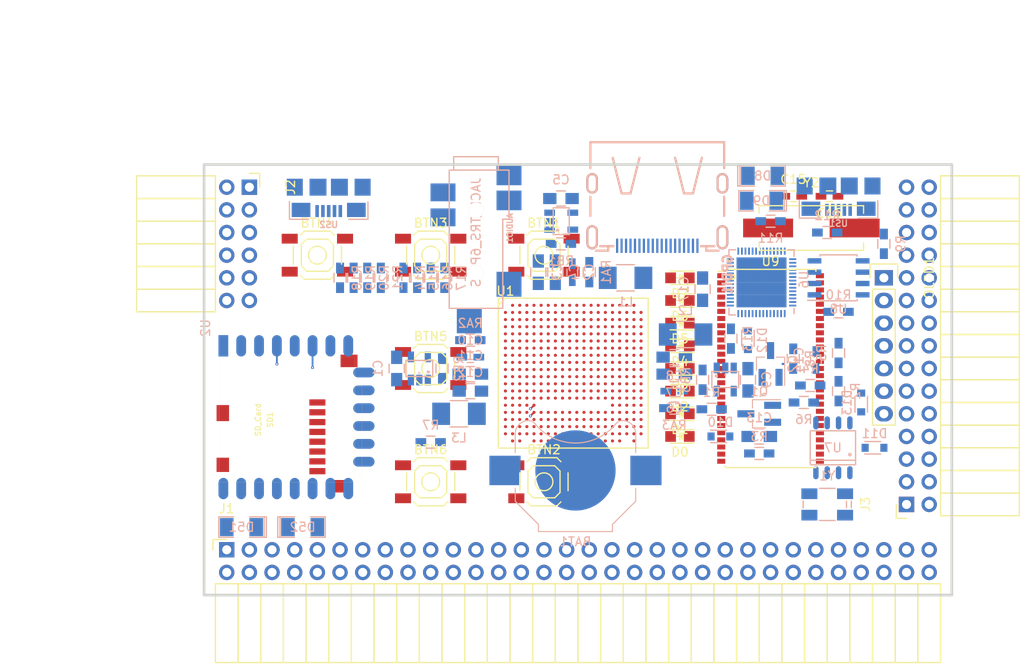
<source format=kicad_pcb>
(kicad_pcb (version 4) (host pcbnew 4.0.5+dfsg1-4)
  (layers (0 F.Cu signal) (1 In1.Cu signal) (2 In2.Cu signal) (31 B.Cu signal) (34 B.Paste user) (35 F.Paste user) (36 B.SilkS user) (37 F.SilkS user) (38 B.Mask user) (39 F.Mask user) (44 Edge.Cuts user))
  (net 0 "")
  (net 1 GND)
  (net 2 +5V)
  (net 3 /gpio/IN5V)
  (net 4 /gpio/OUT5V)
  (net 5 /gpio/P5)
  (net 6 /gpio/P6)
  (net 7 /gpio/P7)
  (net 8 /gpio/P8)
  (net 9 /gpio/P11)
  (net 10 /gpio/P12)
  (net 11 /gpio/P13)
  (net 12 /gpio/P14)
  (net 13 /gpio/P17)
  (net 14 /gpio/P18)
  (net 15 /gpio/P19)
  (net 16 /gpio/P20)
  (net 17 /gpio/P21)
  (net 18 /gpio/P22)
  (net 19 /gpio/P23)
  (net 20 /gpio/P24)
  (net 21 /gpio/P25)
  (net 22 /gpio/P26)
  (net 23 /gpio/P27)
  (net 24 /gpio/P28)
  (net 25 /gpio/P29)
  (net 26 /gpio/P30)
  (net 27 /gpio/P9)
  (net 28 /gpio/P10)
  (net 29 /gpio/P15)
  (net 30 /gpio/P16)
  (net 31 /gpio/P31)
  (net 32 /gpio/P32)
  (net 33 /gpio/P33)
  (net 34 /gpio/P34)
  (net 35 /gpio/P35)
  (net 36 /gpio/P36)
  (net 37 /gpio/P37)
  (net 38 /gpio/P38)
  (net 39 /gpio/P39)
  (net 40 /gpio/P40)
  (net 41 /gpio/P41)
  (net 42 /gpio/P42)
  (net 43 /gpio/P43)
  (net 44 /gpio/P44)
  (net 45 /gpio/P45)
  (net 46 /gpio/P46)
  (net 47 /gpio/P47)
  (net 48 /gpio/P48)
  (net 49 /gpio/P49)
  (net 50 /gpio/P50)
  (net 51 /gpio/P51)
  (net 52 /gpio/P52)
  (net 53 /gpio/P53)
  (net 54 /gpio/P54)
  (net 55 /gpio/P55)
  (net 56 /gpio/P56)
  (net 57 /gpio/P57)
  (net 58 /gpio/P58)
  (net 59 /gpio/P59)
  (net 60 /gpio/P60)
  (net 61 +3V3)
  (net 62 "Net-(L1-Pad1)")
  (net 63 "Net-(L2-Pad1)")
  (net 64 +1V2)
  (net 65 BTN_D)
  (net 66 BTN_F1)
  (net 67 BTN_F2)
  (net 68 BTN_L)
  (net 69 BTN_R)
  (net 70 BTN_U)
  (net 71 "Net-(BTN1-Pad1)")
  (net 72 /power/FB1)
  (net 73 +2V5)
  (net 74 "Net-(L3-Pad1)")
  (net 75 /power/PWREN)
  (net 76 /power/FB3)
  (net 77 /power/FB2)
  (net 78 /usb/USB5V)
  (net 79 "Net-(D9-Pad1)")
  (net 80 /power/VBAT)
  (net 81 SD_3)
  (net 82 SD_MTMS)
  (net 83 SD_MTCK)
  (net 84 SD_MTDO)
  (net 85 SD_MTDI)
  (net 86 JTAG_TDI)
  (net 87 JTAG_TCK)
  (net 88 JTAG_TMS)
  (net 89 JTAG_TDO)
  (net 90 /power/WAKEUPn)
  (net 91 /power/WKUP)
  (net 92 /power/SHUT)
  (net 93 /power/WAKE)
  (net 94 /power/HOLD)
  (net 95 /power/WKn)
  (net 96 /power/OSCI_32k)
  (net 97 /power/OSCO_32k)
  (net 98 /usb/OSCI_12M)
  (net 99 +1V8)
  (net 100 FTDI_nSUSPEND)
  (net 101 USB_FTDI_DM)
  (net 102 USB_FTDI_DP)
  (net 103 /usb/OSCO_12M)
  (net 104 "Net-(Q2-Pad3)")
  (net 105 /usb/EECLK)
  (net 106 /usb/EECS)
  (net 107 "Net-(R11-Pad2)")
  (net 108 /usb/EEDATA)
  (net 109 SHUTDOWN)
  (net 110 /analog/AUDIO_L)
  (net 111 /analog/AUDIO_R)
  (module Keystone_3000_1x12mm-CoinCell:Keystone_3000_1x12mm-CoinCell (layer B.Cu) (at 135.73 95.71)
    (fp_text reference BAT1 (at 0 8) (layer B.SilkS) (effects (justify mirror)))
    (fp_text value CR1225)
    (pad 1 smd rect (at -7.9 0) (size 3.5 3.3) (layers B.Cu B.Paste B.Mask) (net 80 /power/VBAT))
    (pad 1 smd rect (at 7.9 0) (size 3.5 3.3) (layers B.Cu B.Paste B.Mask) (net 80 /power/VBAT))
    (pad 2 smd circle (at 0 0) (size 9 9) (layers B.Cu B.Mask) (net 1 GND))
  )
  (module SMD_Packages:SMD-1206_Pol (layer B.Cu) (at 105.149 102.06)
    (fp_text reference D52 (at 0 0) (layer B.SilkS) (effects (justify mirror)))
    (fp_text value 2A)
    (pad 1 smd rect (at -1.651 0) (size 1.524 2.032) (layers B.Cu B.Paste B.Mask) (net 4 /gpio/OUT5V))
    (pad 2 smd rect (at 1.651 0) (size 1.524 2.032) (layers B.Cu B.Paste B.Mask))
  )
  (module SMD_Packages:SMD-1206_Pol (layer B.Cu) (at 98.291 102.06 180)
    (fp_text reference D51 (at 0 0 180) (layer B.SilkS) (effects (justify mirror)))
    (fp_text value 2A)
    (pad 1 smd rect (at -1.651 0 180) (size 1.524 2.032) (layers B.Cu B.Paste B.Mask) (net 2 +5V))
    (pad 2 smd rect (at 1.651 0 180) (size 1.524 2.032) (layers B.Cu B.Paste B.Mask) (net 3 /gpio/IN5V))
  )
  (module micro-sd:MicroSD_TF02D (layer F.Cu) (at 95.8 90.03 90)
    (fp_text reference SD1 (at 0 5.7 90) (layer F.SilkS) (effects (font (size 0.59944 0.59944) (thickness 0.12446))))
    (fp_text value SD_Card (at 0 4.35 90) (layer F.SilkS) (effects (font (size 0.59944 0.59944) (thickness 0.12446))))
    (pad 1 smd rect (at 1.94 11 90) (size 0.7 1.8) (layers F.Cu F.Paste F.Mask) (net 81 SD_3))
    (pad 2 smd rect (at 0.84 11 90) (size 0.7 1.8) (layers F.Cu F.Paste F.Mask) (net 82 SD_MTMS))
    (pad 3 smd rect (at -0.26 11 90) (size 0.7 1.8) (layers F.Cu F.Paste F.Mask) (net 1 GND))
    (pad 4 smd rect (at -1.36 11 90) (size 0.7 1.8) (layers F.Cu F.Paste F.Mask) (net 61 +3V3))
    (pad 5 smd rect (at -2.46 11 90) (size 0.7 1.8) (layers F.Cu F.Paste F.Mask) (net 83 SD_MTCK))
    (pad 6 smd rect (at -3.56 11 90) (size 0.7 1.8) (layers F.Cu F.Paste F.Mask) (net 1 GND))
    (pad 7 smd rect (at -4.66 11 90) (size 0.7 1.8) (layers F.Cu F.Paste F.Mask) (net 84 SD_MTDO))
    (pad 8 smd rect (at -5.76 11 90) (size 0.7 1.8) (layers F.Cu F.Paste F.Mask) (net 85 SD_MTDI))
    (pad S smd rect (at -5.05 0.4 90) (size 1.6 1.4) (layers F.Cu F.Paste F.Mask))
    (pad S smd rect (at 0.75 0.4 90) (size 1.8 1.4) (layers F.Cu F.Paste F.Mask))
    (pad G smd rect (at -7.45 13.55 90) (size 1.4 1.9) (layers F.Cu F.Paste F.Mask))
    (pad G smd rect (at 6.6 14.55 90) (size 1.4 1.9) (layers F.Cu F.Paste F.Mask))
  )
  (module Socket_Strips:Socket_Strip_Angled_2x32 (layer F.Cu) (at 96.64 104.6)
    (fp_text reference J1 (at 0 -4.6) (layer F.SilkS))
    (fp_text value CONN_02X32)
    (pad 1 thru_hole rect (at 0 0) (size 1.7272 1.7272) (drill 1.016) (layers *.Cu *.Mask) (net 3 /gpio/IN5V))
    (pad 2 thru_hole oval (at 0 2.54) (size 1.7272 1.7272) (drill 1.016) (layers *.Cu *.Mask) (net 4 /gpio/OUT5V))
    (pad 3 thru_hole oval (at 2.54 0) (size 1.7272 1.7272) (drill 1.016) (layers *.Cu *.Mask) (net 1 GND))
    (pad 4 thru_hole oval (at 2.54 2.54) (size 1.7272 1.7272) (drill 1.016) (layers *.Cu *.Mask) (net 1 GND))
    (pad 5 thru_hole oval (at 5.08 0) (size 1.7272 1.7272) (drill 1.016) (layers *.Cu *.Mask) (net 5 /gpio/P5))
    (pad 6 thru_hole oval (at 5.08 2.54) (size 1.7272 1.7272) (drill 1.016) (layers *.Cu *.Mask) (net 6 /gpio/P6))
    (pad 7 thru_hole oval (at 7.62 0) (size 1.7272 1.7272) (drill 1.016) (layers *.Cu *.Mask) (net 7 /gpio/P7))
    (pad 8 thru_hole oval (at 7.62 2.54) (size 1.7272 1.7272) (drill 1.016) (layers *.Cu *.Mask) (net 8 /gpio/P8))
    (pad 9 thru_hole oval (at 10.16 0) (size 1.7272 1.7272) (drill 1.016) (layers *.Cu *.Mask) (net 27 /gpio/P9))
    (pad 10 thru_hole oval (at 10.16 2.54) (size 1.7272 1.7272) (drill 1.016) (layers *.Cu *.Mask) (net 28 /gpio/P10))
    (pad 11 thru_hole oval (at 12.7 0) (size 1.7272 1.7272) (drill 1.016) (layers *.Cu *.Mask) (net 9 /gpio/P11))
    (pad 12 thru_hole oval (at 12.7 2.54) (size 1.7272 1.7272) (drill 1.016) (layers *.Cu *.Mask) (net 10 /gpio/P12))
    (pad 13 thru_hole oval (at 15.24 0) (size 1.7272 1.7272) (drill 1.016) (layers *.Cu *.Mask) (net 11 /gpio/P13))
    (pad 14 thru_hole oval (at 15.24 2.54) (size 1.7272 1.7272) (drill 1.016) (layers *.Cu *.Mask) (net 12 /gpio/P14))
    (pad 15 thru_hole oval (at 17.78 0) (size 1.7272 1.7272) (drill 1.016) (layers *.Cu *.Mask) (net 29 /gpio/P15))
    (pad 16 thru_hole oval (at 17.78 2.54) (size 1.7272 1.7272) (drill 1.016) (layers *.Cu *.Mask) (net 30 /gpio/P16))
    (pad 17 thru_hole oval (at 20.32 0) (size 1.7272 1.7272) (drill 1.016) (layers *.Cu *.Mask) (net 13 /gpio/P17))
    (pad 18 thru_hole oval (at 20.32 2.54) (size 1.7272 1.7272) (drill 1.016) (layers *.Cu *.Mask) (net 14 /gpio/P18))
    (pad 19 thru_hole oval (at 22.86 0) (size 1.7272 1.7272) (drill 1.016) (layers *.Cu *.Mask) (net 15 /gpio/P19))
    (pad 20 thru_hole oval (at 22.86 2.54) (size 1.7272 1.7272) (drill 1.016) (layers *.Cu *.Mask) (net 16 /gpio/P20))
    (pad 21 thru_hole oval (at 25.4 0) (size 1.7272 1.7272) (drill 1.016) (layers *.Cu *.Mask) (net 17 /gpio/P21))
    (pad 22 thru_hole oval (at 25.4 2.54) (size 1.7272 1.7272) (drill 1.016) (layers *.Cu *.Mask) (net 18 /gpio/P22))
    (pad 23 thru_hole oval (at 27.94 0) (size 1.7272 1.7272) (drill 1.016) (layers *.Cu *.Mask) (net 19 /gpio/P23))
    (pad 24 thru_hole oval (at 27.94 2.54) (size 1.7272 1.7272) (drill 1.016) (layers *.Cu *.Mask) (net 20 /gpio/P24))
    (pad 25 thru_hole oval (at 30.48 0) (size 1.7272 1.7272) (drill 1.016) (layers *.Cu *.Mask) (net 21 /gpio/P25))
    (pad 26 thru_hole oval (at 30.48 2.54) (size 1.7272 1.7272) (drill 1.016) (layers *.Cu *.Mask) (net 22 /gpio/P26))
    (pad 27 thru_hole oval (at 33.02 0) (size 1.7272 1.7272) (drill 1.016) (layers *.Cu *.Mask) (net 23 /gpio/P27))
    (pad 28 thru_hole oval (at 33.02 2.54) (size 1.7272 1.7272) (drill 1.016) (layers *.Cu *.Mask) (net 24 /gpio/P28))
    (pad 29 thru_hole oval (at 35.56 0) (size 1.7272 1.7272) (drill 1.016) (layers *.Cu *.Mask) (net 25 /gpio/P29))
    (pad 30 thru_hole oval (at 35.56 2.54) (size 1.7272 1.7272) (drill 1.016) (layers *.Cu *.Mask) (net 26 /gpio/P30))
    (pad 31 thru_hole oval (at 38.1 0) (size 1.7272 1.7272) (drill 1.016) (layers *.Cu *.Mask) (net 31 /gpio/P31))
    (pad 32 thru_hole oval (at 38.1 2.54) (size 1.7272 1.7272) (drill 1.016) (layers *.Cu *.Mask) (net 32 /gpio/P32))
    (pad 33 thru_hole oval (at 40.64 0) (size 1.7272 1.7272) (drill 1.016) (layers *.Cu *.Mask) (net 33 /gpio/P33))
    (pad 34 thru_hole oval (at 40.64 2.54) (size 1.7272 1.7272) (drill 1.016) (layers *.Cu *.Mask) (net 34 /gpio/P34))
    (pad 35 thru_hole oval (at 43.18 0) (size 1.7272 1.7272) (drill 1.016) (layers *.Cu *.Mask) (net 35 /gpio/P35))
    (pad 36 thru_hole oval (at 43.18 2.54) (size 1.7272 1.7272) (drill 1.016) (layers *.Cu *.Mask) (net 36 /gpio/P36))
    (pad 37 thru_hole oval (at 45.72 0) (size 1.7272 1.7272) (drill 1.016) (layers *.Cu *.Mask) (net 37 /gpio/P37))
    (pad 38 thru_hole oval (at 45.72 2.54) (size 1.7272 1.7272) (drill 1.016) (layers *.Cu *.Mask) (net 38 /gpio/P38))
    (pad 39 thru_hole oval (at 48.26 0) (size 1.7272 1.7272) (drill 1.016) (layers *.Cu *.Mask) (net 39 /gpio/P39))
    (pad 40 thru_hole oval (at 48.26 2.54) (size 1.7272 1.7272) (drill 1.016) (layers *.Cu *.Mask) (net 40 /gpio/P40))
    (pad 41 thru_hole oval (at 50.8 0) (size 1.7272 1.7272) (drill 1.016) (layers *.Cu *.Mask) (net 41 /gpio/P41))
    (pad 42 thru_hole oval (at 50.8 2.54) (size 1.7272 1.7272) (drill 1.016) (layers *.Cu *.Mask) (net 42 /gpio/P42))
    (pad 43 thru_hole oval (at 53.34 0) (size 1.7272 1.7272) (drill 1.016) (layers *.Cu *.Mask) (net 43 /gpio/P43))
    (pad 44 thru_hole oval (at 53.34 2.54) (size 1.7272 1.7272) (drill 1.016) (layers *.Cu *.Mask) (net 44 /gpio/P44))
    (pad 45 thru_hole oval (at 55.88 0) (size 1.7272 1.7272) (drill 1.016) (layers *.Cu *.Mask) (net 45 /gpio/P45))
    (pad 46 thru_hole oval (at 55.88 2.54) (size 1.7272 1.7272) (drill 1.016) (layers *.Cu *.Mask) (net 46 /gpio/P46))
    (pad 47 thru_hole oval (at 58.42 0) (size 1.7272 1.7272) (drill 1.016) (layers *.Cu *.Mask) (net 47 /gpio/P47))
    (pad 48 thru_hole oval (at 58.42 2.54) (size 1.7272 1.7272) (drill 1.016) (layers *.Cu *.Mask) (net 48 /gpio/P48))
    (pad 49 thru_hole oval (at 60.96 0) (size 1.7272 1.7272) (drill 1.016) (layers *.Cu *.Mask) (net 49 /gpio/P49))
    (pad 50 thru_hole oval (at 60.96 2.54) (size 1.7272 1.7272) (drill 1.016) (layers *.Cu *.Mask) (net 50 /gpio/P50))
    (pad 51 thru_hole oval (at 63.5 0) (size 1.7272 1.7272) (drill 1.016) (layers *.Cu *.Mask) (net 51 /gpio/P51))
    (pad 52 thru_hole oval (at 63.5 2.54) (size 1.7272 1.7272) (drill 1.016) (layers *.Cu *.Mask) (net 52 /gpio/P52))
    (pad 53 thru_hole oval (at 66.04 0) (size 1.7272 1.7272) (drill 1.016) (layers *.Cu *.Mask) (net 53 /gpio/P53))
    (pad 54 thru_hole oval (at 66.04 2.54) (size 1.7272 1.7272) (drill 1.016) (layers *.Cu *.Mask) (net 54 /gpio/P54))
    (pad 55 thru_hole oval (at 68.58 0) (size 1.7272 1.7272) (drill 1.016) (layers *.Cu *.Mask) (net 55 /gpio/P55))
    (pad 56 thru_hole oval (at 68.58 2.54) (size 1.7272 1.7272) (drill 1.016) (layers *.Cu *.Mask) (net 56 /gpio/P56))
    (pad 57 thru_hole oval (at 71.12 0) (size 1.7272 1.7272) (drill 1.016) (layers *.Cu *.Mask) (net 57 /gpio/P57))
    (pad 58 thru_hole oval (at 71.12 2.54) (size 1.7272 1.7272) (drill 1.016) (layers *.Cu *.Mask) (net 58 /gpio/P58))
    (pad 59 thru_hole oval (at 73.66 0) (size 1.7272 1.7272) (drill 1.016) (layers *.Cu *.Mask) (net 59 /gpio/P59))
    (pad 60 thru_hole oval (at 73.66 2.54) (size 1.7272 1.7272) (drill 1.016) (layers *.Cu *.Mask) (net 60 /gpio/P60))
    (pad 61 thru_hole oval (at 76.2 0) (size 1.7272 1.7272) (drill 1.016) (layers *.Cu *.Mask) (net 1 GND))
    (pad 62 thru_hole oval (at 76.2 2.54) (size 1.7272 1.7272) (drill 1.016) (layers *.Cu *.Mask) (net 1 GND))
    (pad 63 thru_hole oval (at 78.74 0) (size 1.7272 1.7272) (drill 1.016) (layers *.Cu *.Mask) (net 61 +3V3))
    (pad 64 thru_hole oval (at 78.74 2.54) (size 1.7272 1.7272) (drill 1.016) (layers *.Cu *.Mask) (net 61 +3V3))
  )
  (module Socket_Strips:Socket_Strip_Angled_2x15 (layer F.Cu) (at 172.84 99.52 90)
    (fp_text reference J3 (at 0 -4.6 90) (layer F.SilkS))
    (fp_text value CONN_02X15)
    (pad 1 thru_hole rect (at 0 0 90) (size 1.7272 1.7272) (drill 1.016) (layers *.Cu *.Mask) (net 61 +3V3))
    (pad 2 thru_hole oval (at 0 2.54 90) (size 1.7272 1.7272) (drill 1.016) (layers *.Cu *.Mask) (net 61 +3V3))
    (pad 3 thru_hole oval (at 2.54 0 90) (size 1.7272 1.7272) (drill 1.016) (layers *.Cu *.Mask) (net 1 GND))
    (pad 4 thru_hole oval (at 2.54 2.54 90) (size 1.7272 1.7272) (drill 1.016) (layers *.Cu *.Mask) (net 1 GND))
    (pad 5 thru_hole oval (at 5.08 0 90) (size 1.7272 1.7272) (drill 1.016) (layers *.Cu *.Mask))
    (pad 6 thru_hole oval (at 5.08 2.54 90) (size 1.7272 1.7272) (drill 1.016) (layers *.Cu *.Mask))
    (pad 7 thru_hole oval (at 7.62 0 90) (size 1.7272 1.7272) (drill 1.016) (layers *.Cu *.Mask))
    (pad 8 thru_hole oval (at 7.62 2.54 90) (size 1.7272 1.7272) (drill 1.016) (layers *.Cu *.Mask))
    (pad 9 thru_hole oval (at 10.16 0 90) (size 1.7272 1.7272) (drill 1.016) (layers *.Cu *.Mask))
    (pad 10 thru_hole oval (at 10.16 2.54 90) (size 1.7272 1.7272) (drill 1.016) (layers *.Cu *.Mask))
    (pad 11 thru_hole oval (at 12.7 0 90) (size 1.7272 1.7272) (drill 1.016) (layers *.Cu *.Mask))
    (pad 12 thru_hole oval (at 12.7 2.54 90) (size 1.7272 1.7272) (drill 1.016) (layers *.Cu *.Mask))
    (pad 13 thru_hole oval (at 15.24 0 90) (size 1.7272 1.7272) (drill 1.016) (layers *.Cu *.Mask))
    (pad 14 thru_hole oval (at 15.24 2.54 90) (size 1.7272 1.7272) (drill 1.016) (layers *.Cu *.Mask))
    (pad 15 thru_hole oval (at 17.78 0 90) (size 1.7272 1.7272) (drill 1.016) (layers *.Cu *.Mask))
    (pad 16 thru_hole oval (at 17.78 2.54 90) (size 1.7272 1.7272) (drill 1.016) (layers *.Cu *.Mask))
    (pad 17 thru_hole oval (at 20.32 0 90) (size 1.7272 1.7272) (drill 1.016) (layers *.Cu *.Mask))
    (pad 18 thru_hole oval (at 20.32 2.54 90) (size 1.7272 1.7272) (drill 1.016) (layers *.Cu *.Mask))
    (pad 19 thru_hole oval (at 22.86 0 90) (size 1.7272 1.7272) (drill 1.016) (layers *.Cu *.Mask) (net 61 +3V3))
    (pad 20 thru_hole oval (at 22.86 2.54 90) (size 1.7272 1.7272) (drill 1.016) (layers *.Cu *.Mask) (net 61 +3V3))
    (pad 21 thru_hole oval (at 25.4 0 90) (size 1.7272 1.7272) (drill 1.016) (layers *.Cu *.Mask) (net 1 GND))
    (pad 22 thru_hole oval (at 25.4 2.54 90) (size 1.7272 1.7272) (drill 1.016) (layers *.Cu *.Mask) (net 1 GND))
    (pad 23 thru_hole oval (at 27.94 0 90) (size 1.7272 1.7272) (drill 1.016) (layers *.Cu *.Mask))
    (pad 24 thru_hole oval (at 27.94 2.54 90) (size 1.7272 1.7272) (drill 1.016) (layers *.Cu *.Mask))
    (pad 25 thru_hole oval (at 30.48 0 90) (size 1.7272 1.7272) (drill 1.016) (layers *.Cu *.Mask))
    (pad 26 thru_hole oval (at 30.48 2.54 90) (size 1.7272 1.7272) (drill 1.016) (layers *.Cu *.Mask))
    (pad 27 thru_hole oval (at 33.02 0 90) (size 1.7272 1.7272) (drill 1.016) (layers *.Cu *.Mask))
    (pad 28 thru_hole oval (at 33.02 2.54 90) (size 1.7272 1.7272) (drill 1.016) (layers *.Cu *.Mask))
    (pad 29 thru_hole oval (at 35.56 0 90) (size 1.7272 1.7272) (drill 1.016) (layers *.Cu *.Mask))
    (pad 30 thru_hole oval (at 35.56 2.54 90) (size 1.7272 1.7272) (drill 1.016) (layers *.Cu *.Mask))
  )
  (module Socket_Strips:Socket_Strip_Angled_2x06 (layer F.Cu) (at 99.18 63.96 270)
    (fp_text reference J2 (at 0 -4.6 270) (layer F.SilkS))
    (fp_text value CONN_02X06)
    (pad 1 thru_hole rect (at 0 0 270) (size 1.7272 1.7272) (drill 1.016) (layers *.Cu *.Mask) (net 61 +3V3))
    (pad 2 thru_hole oval (at 0 2.54 270) (size 1.7272 1.7272) (drill 1.016) (layers *.Cu *.Mask) (net 61 +3V3))
    (pad 3 thru_hole oval (at 2.54 0 270) (size 1.7272 1.7272) (drill 1.016) (layers *.Cu *.Mask) (net 1 GND))
    (pad 4 thru_hole oval (at 2.54 2.54 270) (size 1.7272 1.7272) (drill 1.016) (layers *.Cu *.Mask) (net 1 GND))
    (pad 5 thru_hole oval (at 5.08 0 270) (size 1.7272 1.7272) (drill 1.016) (layers *.Cu *.Mask))
    (pad 6 thru_hole oval (at 5.08 2.54 270) (size 1.7272 1.7272) (drill 1.016) (layers *.Cu *.Mask))
    (pad 7 thru_hole oval (at 7.62 0 270) (size 1.7272 1.7272) (drill 1.016) (layers *.Cu *.Mask))
    (pad 8 thru_hole oval (at 7.62 2.54 270) (size 1.7272 1.7272) (drill 1.016) (layers *.Cu *.Mask))
    (pad 9 thru_hole oval (at 10.16 0 270) (size 1.7272 1.7272) (drill 1.016) (layers *.Cu *.Mask))
    (pad 10 thru_hole oval (at 10.16 2.54 270) (size 1.7272 1.7272) (drill 1.016) (layers *.Cu *.Mask))
    (pad 11 thru_hole oval (at 12.7 0 270) (size 1.7272 1.7272) (drill 1.016) (layers *.Cu *.Mask))
    (pad 12 thru_hole oval (at 12.7 2.54 270) (size 1.7272 1.7272) (drill 1.016) (layers *.Cu *.Mask))
  )
  (module Resistors_SMD:R_1210_HandSoldering (layer B.Cu) (at 141.344 74.12)
    (fp_text reference L1 (at 0 2.7) (layer B.SilkS) (effects (justify mirror)))
    (fp_text value 2.2uH)
    (pad 1 smd rect (at -2 0) (size 2 2.5) (layers B.Cu B.Paste B.Mask) (net 62 "Net-(L1-Pad1)"))
    (pad 2 smd rect (at 2 0) (size 2 2.5) (layers B.Cu B.Paste B.Mask) (net 64 +1V2))
  )
  (module TSOT-25:TSOT-25 (layer B.Cu) (at 134.135 67.77 90)
    (fp_text reference U3 (at 0 -0.5 90) (layer B.SilkS) (effects (font (size 0.15 0.15) (thickness 0.0375)) (justify mirror)))
    (fp_text value AP3429A)
    (pad 1 smd rect (at -0.95 -1.3 90) (size 0.7 1.2) (layers B.Cu B.Paste B.Mask) (net 75 /power/PWREN))
    (pad 2 smd rect (at 0 -1.3 90) (size 0.7 1.2) (layers B.Cu B.Paste B.Mask) (net 1 GND))
    (pad 3 smd rect (at 0.95 -1.3 90) (size 0.7 1.2) (layers B.Cu B.Paste B.Mask) (net 62 "Net-(L1-Pad1)"))
    (pad 4 smd rect (at 0.95 1.3 90) (size 0.7 1.2) (layers B.Cu B.Paste B.Mask) (net 2 +5V))
    (pad 5 smd rect (at -0.95 1.3 90) (size 0.7 1.2) (layers B.Cu B.Paste B.Mask) (net 72 /power/FB1))
  )
  (module Resistors_SMD:R_1210_HandSoldering (layer B.Cu) (at 148.075 80.47 180)
    (fp_text reference L2 (at 0 2.7 180) (layer B.SilkS) (effects (justify mirror)))
    (fp_text value 2.2uH)
    (pad 1 smd rect (at -2 0 180) (size 2 2.5) (layers B.Cu B.Paste B.Mask) (net 63 "Net-(L2-Pad1)"))
    (pad 2 smd rect (at 2 0 180) (size 2 2.5) (layers B.Cu B.Paste B.Mask) (net 61 +3V3))
  )
  (module TSOT-25:TSOT-25 (layer B.Cu) (at 152.52 85.52)
    (fp_text reference U4 (at 0 -0.5) (layer B.SilkS) (effects (font (size 0.15 0.15) (thickness 0.0375)) (justify mirror)))
    (fp_text value AP3429A)
    (pad 1 smd rect (at -0.95 -1.3) (size 0.7 1.2) (layers B.Cu B.Paste B.Mask) (net 75 /power/PWREN))
    (pad 2 smd rect (at 0 -1.3) (size 0.7 1.2) (layers B.Cu B.Paste B.Mask) (net 1 GND))
    (pad 3 smd rect (at 0.95 -1.3) (size 0.7 1.2) (layers B.Cu B.Paste B.Mask) (net 63 "Net-(L2-Pad1)"))
    (pad 4 smd rect (at 0.95 1.3) (size 0.7 1.2) (layers B.Cu B.Paste B.Mask) (net 2 +5V))
    (pad 5 smd rect (at -0.95 1.3) (size 0.7 1.2) (layers B.Cu B.Paste B.Mask) (net 76 /power/FB3))
  )
  (module Buttons_Switches_SMD:SW_SPST_SKQG (layer F.Cu) (at 132.2 71.58)
    (fp_text reference BTN1 (at 0 -3.6) (layer F.SilkS))
    (fp_text value FIRE1)
    (pad 1 smd rect (at -3.1 -1.85) (size 1.8 1.1) (layers F.Cu F.Paste F.Mask) (net 71 "Net-(BTN1-Pad1)"))
    (pad 1 smd rect (at 3.1 -1.85) (size 1.8 1.1) (layers F.Cu F.Paste F.Mask) (net 71 "Net-(BTN1-Pad1)"))
    (pad 2 smd rect (at -3.1 1.85) (size 1.8 1.1) (layers F.Cu F.Paste F.Mask) (net 66 BTN_F1))
    (pad 2 smd rect (at 3.1 1.85) (size 1.8 1.1) (layers F.Cu F.Paste F.Mask) (net 66 BTN_F1))
  )
  (module Buttons_Switches_SMD:SW_SPST_SKQG (layer F.Cu) (at 132.2 96.98)
    (fp_text reference BTN2 (at 0 -3.6) (layer F.SilkS))
    (fp_text value FIRE2)
    (pad 1 smd rect (at -3.1 -1.85) (size 1.8 1.1) (layers F.Cu F.Paste F.Mask) (net 71 "Net-(BTN1-Pad1)"))
    (pad 1 smd rect (at 3.1 -1.85) (size 1.8 1.1) (layers F.Cu F.Paste F.Mask) (net 71 "Net-(BTN1-Pad1)"))
    (pad 2 smd rect (at -3.1 1.85) (size 1.8 1.1) (layers F.Cu F.Paste F.Mask) (net 67 BTN_F2))
    (pad 2 smd rect (at 3.1 1.85) (size 1.8 1.1) (layers F.Cu F.Paste F.Mask) (net 67 BTN_F2))
  )
  (module Buttons_Switches_SMD:SW_SPST_SKQG (layer F.Cu) (at 119.5 71.58)
    (fp_text reference BTN3 (at 0 -3.6) (layer F.SilkS))
    (fp_text value UP)
    (pad 1 smd rect (at -3.1 -1.85) (size 1.8 1.1) (layers F.Cu F.Paste F.Mask) (net 71 "Net-(BTN1-Pad1)"))
    (pad 1 smd rect (at 3.1 -1.85) (size 1.8 1.1) (layers F.Cu F.Paste F.Mask) (net 71 "Net-(BTN1-Pad1)"))
    (pad 2 smd rect (at -3.1 1.85) (size 1.8 1.1) (layers F.Cu F.Paste F.Mask) (net 70 BTN_U))
    (pad 2 smd rect (at 3.1 1.85) (size 1.8 1.1) (layers F.Cu F.Paste F.Mask) (net 70 BTN_U))
  )
  (module Buttons_Switches_SMD:SW_SPST_SKQG (layer F.Cu) (at 106.8 71.58)
    (fp_text reference BTN4 (at 0 -3.6) (layer F.SilkS))
    (fp_text value DOWN)
    (pad 1 smd rect (at -3.1 -1.85) (size 1.8 1.1) (layers F.Cu F.Paste F.Mask) (net 71 "Net-(BTN1-Pad1)"))
    (pad 1 smd rect (at 3.1 -1.85) (size 1.8 1.1) (layers F.Cu F.Paste F.Mask) (net 71 "Net-(BTN1-Pad1)"))
    (pad 2 smd rect (at -3.1 1.85) (size 1.8 1.1) (layers F.Cu F.Paste F.Mask) (net 65 BTN_D))
    (pad 2 smd rect (at 3.1 1.85) (size 1.8 1.1) (layers F.Cu F.Paste F.Mask) (net 65 BTN_D))
  )
  (module Buttons_Switches_SMD:SW_SPST_SKQG (layer F.Cu) (at 119.5 84.28)
    (fp_text reference BTN5 (at 0 -3.6) (layer F.SilkS))
    (fp_text value LEFT)
    (pad 1 smd rect (at -3.1 -1.85) (size 1.8 1.1) (layers F.Cu F.Paste F.Mask) (net 71 "Net-(BTN1-Pad1)"))
    (pad 1 smd rect (at 3.1 -1.85) (size 1.8 1.1) (layers F.Cu F.Paste F.Mask) (net 71 "Net-(BTN1-Pad1)"))
    (pad 2 smd rect (at -3.1 1.85) (size 1.8 1.1) (layers F.Cu F.Paste F.Mask) (net 68 BTN_L))
    (pad 2 smd rect (at 3.1 1.85) (size 1.8 1.1) (layers F.Cu F.Paste F.Mask) (net 68 BTN_L))
  )
  (module Buttons_Switches_SMD:SW_SPST_SKQG (layer F.Cu) (at 119.5 96.98)
    (fp_text reference BTN6 (at 0 -3.6) (layer F.SilkS))
    (fp_text value RIGHT)
    (pad 1 smd rect (at -3.1 -1.85) (size 1.8 1.1) (layers F.Cu F.Paste F.Mask) (net 71 "Net-(BTN1-Pad1)"))
    (pad 1 smd rect (at 3.1 -1.85) (size 1.8 1.1) (layers F.Cu F.Paste F.Mask) (net 71 "Net-(BTN1-Pad1)"))
    (pad 2 smd rect (at -3.1 1.85) (size 1.8 1.1) (layers F.Cu F.Paste F.Mask) (net 69 BTN_R))
    (pad 2 smd rect (at 3.1 1.85) (size 1.8 1.1) (layers F.Cu F.Paste F.Mask) (net 69 BTN_R))
  )
  (module LEDs:LED_0805 (layer F.Cu) (at 147.44 91.9 180)
    (fp_text reference D0 (at 0 -1.75 180) (layer F.SilkS))
    (fp_text value LED)
    (pad 2 smd rect (at 1.04902 0) (size 1.19888 1.19888) (layers F.Cu F.Paste F.Mask))
    (pad 1 smd rect (at -1.04902 0) (size 1.19888 1.19888) (layers F.Cu F.Paste F.Mask) (net 1 GND))
  )
  (module LEDs:LED_0805 (layer F.Cu) (at 147.44 89.36 180)
    (fp_text reference D1 (at 0 -1.75 180) (layer F.SilkS))
    (fp_text value LED)
    (pad 2 smd rect (at 1.04902 0) (size 1.19888 1.19888) (layers F.Cu F.Paste F.Mask))
    (pad 1 smd rect (at -1.04902 0) (size 1.19888 1.19888) (layers F.Cu F.Paste F.Mask) (net 1 GND))
  )
  (module LEDs:LED_0805 (layer F.Cu) (at 147.44 86.82 180)
    (fp_text reference D2 (at 0 -1.75 180) (layer F.SilkS))
    (fp_text value LED)
    (pad 2 smd rect (at 1.04902 0) (size 1.19888 1.19888) (layers F.Cu F.Paste F.Mask))
    (pad 1 smd rect (at -1.04902 0) (size 1.19888 1.19888) (layers F.Cu F.Paste F.Mask) (net 1 GND))
  )
  (module LEDs:LED_0805 (layer F.Cu) (at 147.44 84.28 180)
    (fp_text reference D3 (at 0 -1.75 180) (layer F.SilkS))
    (fp_text value LED)
    (pad 2 smd rect (at 1.04902 0) (size 1.19888 1.19888) (layers F.Cu F.Paste F.Mask))
    (pad 1 smd rect (at -1.04902 0) (size 1.19888 1.19888) (layers F.Cu F.Paste F.Mask) (net 1 GND))
  )
  (module LEDs:LED_0805 (layer F.Cu) (at 147.44 81.74 180)
    (fp_text reference D4 (at 0 -1.75 180) (layer F.SilkS))
    (fp_text value LED)
    (pad 2 smd rect (at 1.04902 0) (size 1.19888 1.19888) (layers F.Cu F.Paste F.Mask))
    (pad 1 smd rect (at -1.04902 0) (size 1.19888 1.19888) (layers F.Cu F.Paste F.Mask) (net 1 GND))
  )
  (module LEDs:LED_0805 (layer F.Cu) (at 147.44 79.2 180)
    (fp_text reference D5 (at 0 -1.75 180) (layer F.SilkS))
    (fp_text value LED)
    (pad 2 smd rect (at 1.04902 0) (size 1.19888 1.19888) (layers F.Cu F.Paste F.Mask))
    (pad 1 smd rect (at -1.04902 0) (size 1.19888 1.19888) (layers F.Cu F.Paste F.Mask) (net 1 GND))
  )
  (module LEDs:LED_0805 (layer F.Cu) (at 147.44 76.66 180)
    (fp_text reference D6 (at 0 -1.75 180) (layer F.SilkS))
    (fp_text value LED)
    (pad 2 smd rect (at 1.04902 0) (size 1.19888 1.19888) (layers F.Cu F.Paste F.Mask))
    (pad 1 smd rect (at -1.04902 0) (size 1.19888 1.19888) (layers F.Cu F.Paste F.Mask) (net 1 GND))
  )
  (module LEDs:LED_0805 (layer F.Cu) (at 147.44 74.12 180)
    (fp_text reference D7 (at 0 -1.75 180) (layer F.SilkS))
    (fp_text value LED)
    (pad 2 smd rect (at 1.04902 0) (size 1.19888 1.19888) (layers F.Cu F.Paste F.Mask))
    (pad 1 smd rect (at -1.04902 0) (size 1.19888 1.19888) (layers F.Cu F.Paste F.Mask) (net 1 GND))
  )
  (module Socket_Strips:Socket_Strip_Straight_1x07 (layer F.Cu) (at 170.3 74.12 270)
    (fp_text reference OLED1 (at 0 -5.1 270) (layer F.SilkS))
    (fp_text value CONN_01X07)
    (pad 1 thru_hole rect (at 0 0 270) (size 1.7272 2.032) (drill 1.016) (layers *.Cu *.Mask) (net 1 GND))
    (pad 2 thru_hole oval (at 2.54 0 270) (size 1.7272 2.032) (drill 1.016) (layers *.Cu *.Mask) (net 61 +3V3))
    (pad 3 thru_hole oval (at 5.08 0 270) (size 1.7272 2.032) (drill 1.016) (layers *.Cu *.Mask))
    (pad 4 thru_hole oval (at 7.62 0 270) (size 1.7272 2.032) (drill 1.016) (layers *.Cu *.Mask))
    (pad 5 thru_hole oval (at 10.16 0 270) (size 1.7272 2.032) (drill 1.016) (layers *.Cu *.Mask))
    (pad 6 thru_hole oval (at 12.7 0 270) (size 1.7272 2.032) (drill 1.016) (layers *.Cu *.Mask))
    (pad 7 thru_hole oval (at 15.24 0 270) (size 1.7272 2.032) (drill 1.016) (layers *.Cu *.Mask))
  )
  (module Resistors_SMD:R_1210_HandSoldering (layer B.Cu) (at 122.675 89.36)
    (fp_text reference L3 (at 0 2.7) (layer B.SilkS) (effects (justify mirror)))
    (fp_text value 2.2uH)
    (pad 1 smd rect (at -2 0) (size 2 2.5) (layers B.Cu B.Paste B.Mask) (net 74 "Net-(L3-Pad1)"))
    (pad 2 smd rect (at 2 0) (size 2 2.5) (layers B.Cu B.Paste B.Mask) (net 73 +2V5))
  )
  (module TSOT-25:TSOT-25 (layer B.Cu) (at 118.23 84.28 180)
    (fp_text reference U5 (at 0 -0.5 180) (layer B.SilkS) (effects (font (size 0.15 0.15) (thickness 0.0375)) (justify mirror)))
    (fp_text value AP3429A)
    (pad 1 smd rect (at -0.95 -1.3 180) (size 0.7 1.2) (layers B.Cu B.Paste B.Mask) (net 75 /power/PWREN))
    (pad 2 smd rect (at 0 -1.3 180) (size 0.7 1.2) (layers B.Cu B.Paste B.Mask) (net 1 GND))
    (pad 3 smd rect (at 0.95 -1.3 180) (size 0.7 1.2) (layers B.Cu B.Paste B.Mask) (net 74 "Net-(L3-Pad1)"))
    (pad 4 smd rect (at 0.95 1.3 180) (size 0.7 1.2) (layers B.Cu B.Paste B.Mask) (net 2 +5V))
    (pad 5 smd rect (at -0.95 1.3 180) (size 0.7 1.2) (layers B.Cu B.Paste B.Mask) (net 77 /power/FB2))
  )
  (module Capacitors_SMD:C_0805_HandSoldering (layer B.Cu) (at 115.69 84.28 270)
    (fp_text reference C1 (at 0 2.1 270) (layer B.SilkS) (effects (justify mirror)))
    (fp_text value 22uF)
    (pad 1 smd rect (at -1.25 0 270) (size 1.5 1.25) (layers B.Cu B.Paste B.Mask) (net 2 +5V))
    (pad 2 smd rect (at 1.25 0 270) (size 1.5 1.25) (layers B.Cu B.Paste B.Mask) (net 1 GND))
  )
  (module Capacitors_SMD:C_0805_HandSoldering (layer B.Cu) (at 131.565 73.485 90)
    (fp_text reference C3 (at 0 2.1 90) (layer B.SilkS) (effects (justify mirror)))
    (fp_text value 22uF)
    (pad 1 smd rect (at -1.25 0 90) (size 1.5 1.25) (layers B.Cu B.Paste B.Mask) (net 64 +1V2))
    (pad 2 smd rect (at 1.25 0 90) (size 1.5 1.25) (layers B.Cu B.Paste B.Mask) (net 1 GND))
  )
  (module Capacitors_SMD:C_0805_HandSoldering (layer B.Cu) (at 133.47 73.485 90)
    (fp_text reference C4 (at 0 2.1 90) (layer B.SilkS) (effects (justify mirror)))
    (fp_text value 22uF)
    (pad 1 smd rect (at -1.25 0 90) (size 1.5 1.25) (layers B.Cu B.Paste B.Mask) (net 64 +1V2))
    (pad 2 smd rect (at 1.25 0 90) (size 1.5 1.25) (layers B.Cu B.Paste B.Mask) (net 1 GND))
  )
  (module Capacitors_SMD:C_0805_HandSoldering (layer B.Cu) (at 134.105 65.23 180)
    (fp_text reference C5 (at 0 2.1 180) (layer B.SilkS) (effects (justify mirror)))
    (fp_text value 22uF)
    (pad 1 smd rect (at -1.25 0 180) (size 1.5 1.25) (layers B.Cu B.Paste B.Mask) (net 2 +5V))
    (pad 2 smd rect (at 1.25 0 180) (size 1.5 1.25) (layers B.Cu B.Paste B.Mask) (net 1 GND))
  )
  (module Capacitors_SMD:C_0805_HandSoldering (layer B.Cu) (at 146.805 84.915)
    (fp_text reference C7 (at 0 2.1) (layer B.SilkS) (effects (justify mirror)))
    (fp_text value 22uF)
    (pad 1 smd rect (at -1.25 0) (size 1.5 1.25) (layers B.Cu B.Paste B.Mask) (net 61 +3V3))
    (pad 2 smd rect (at 1.25 0) (size 1.5 1.25) (layers B.Cu B.Paste B.Mask) (net 1 GND))
  )
  (module Capacitors_SMD:C_0805_HandSoldering (layer B.Cu) (at 146.805 83.01)
    (fp_text reference C8 (at 0 2.1) (layer B.SilkS) (effects (justify mirror)))
    (fp_text value 22uF)
    (pad 1 smd rect (at -1.25 0) (size 1.5 1.25) (layers B.Cu B.Paste B.Mask) (net 61 +3V3))
    (pad 2 smd rect (at 1.25 0) (size 1.5 1.25) (layers B.Cu B.Paste B.Mask) (net 1 GND))
  )
  (module Capacitors_SMD:C_0805_HandSoldering (layer B.Cu) (at 155.06 85.55 90)
    (fp_text reference C9 (at 0 2.1 90) (layer B.SilkS) (effects (justify mirror)))
    (fp_text value 22uF)
    (pad 1 smd rect (at -1.25 0 90) (size 1.5 1.25) (layers B.Cu B.Paste B.Mask) (net 2 +5V))
    (pad 2 smd rect (at 1.25 0 90) (size 1.5 1.25) (layers B.Cu B.Paste B.Mask) (net 1 GND))
  )
  (module Capacitors_SMD:C_0805_HandSoldering (layer B.Cu) (at 123.945 84.915 180)
    (fp_text reference C11 (at 0 2.1 180) (layer B.SilkS) (effects (justify mirror)))
    (fp_text value 22uF)
    (pad 1 smd rect (at -1.25 0 180) (size 1.5 1.25) (layers B.Cu B.Paste B.Mask) (net 73 +2V5))
    (pad 2 smd rect (at 1.25 0 180) (size 1.5 1.25) (layers B.Cu B.Paste B.Mask) (net 1 GND))
  )
  (module Capacitors_SMD:C_0805_HandSoldering (layer B.Cu) (at 123.945 86.82 180)
    (fp_text reference C12 (at 0 2.1 180) (layer B.SilkS) (effects (justify mirror)))
    (fp_text value 22uF)
    (pad 1 smd rect (at -1.25 0 180) (size 1.5 1.25) (layers B.Cu B.Paste B.Mask) (net 73 +2V5))
    (pad 2 smd rect (at 1.25 0 180) (size 1.5 1.25) (layers B.Cu B.Paste B.Mask) (net 1 GND))
  )
  (module SMD_Packages:SMD-1206_Pol (layer B.Cu) (at 156.711 62.69)
    (fp_text reference D8 (at 0 0) (layer B.SilkS) (effects (justify mirror)))
    (fp_text value 2A)
    (pad 1 smd rect (at -1.651 0) (size 1.524 2.032) (layers B.Cu B.Paste B.Mask) (net 2 +5V))
    (pad 2 smd rect (at 1.651 0) (size 1.524 2.032) (layers B.Cu B.Paste B.Mask) (net 78 /usb/USB5V))
  )
  (module SMD_Packages:SMD-1206_Pol (layer B.Cu) (at 156.584 65.484 180)
    (fp_text reference D9 (at 0 0 180) (layer B.SilkS) (effects (justify mirror)))
    (fp_text value 2A)
    (pad 1 smd rect (at -1.651 0 180) (size 1.524 2.032) (layers B.Cu B.Paste B.Mask) (net 79 "Net-(D9-Pad1)"))
    (pad 2 smd rect (at 1.651 0 180) (size 1.524 2.032) (layers B.Cu B.Paste B.Mask) (net 2 +5V))
  )
  (module Power_Integrations:SO-8 (layer B.Cu) (at 164.585 93.17 180)
    (fp_text reference U7 (at 0 0 180) (layer B.SilkS) (effects (justify mirror)))
    (fp_text value PCF8523)
    (pad 1 smd oval (at -1.905 -2.794 180) (size 0.6096 1.4732) (layers B.Cu B.Paste B.Mask) (net 96 /power/OSCI_32k))
    (pad 2 smd oval (at -0.635 -2.794 180) (size 0.6096 1.4732) (layers B.Cu B.Paste B.Mask) (net 97 /power/OSCO_32k))
    (pad 3 smd oval (at 0.635 -2.794 180) (size 0.6096 1.4732) (layers B.Cu B.Paste B.Mask) (net 80 /power/VBAT))
    (pad 4 smd oval (at 1.905 -2.794 180) (size 0.6096 1.4732) (layers B.Cu B.Paste B.Mask) (net 1 GND))
    (pad 5 smd oval (at 1.905 2.794 180) (size 0.6096 1.4732) (layers B.Cu B.Paste B.Mask))
    (pad 6 smd oval (at 0.635 2.794 180) (size 0.6096 1.4732) (layers B.Cu B.Paste B.Mask))
    (pad 7 smd oval (at -0.635 2.794 180) (size 0.6096 1.4732) (layers B.Cu B.Paste B.Mask) (net 90 /power/WAKEUPn))
    (pad 8 smd oval (at -1.905 2.794 180) (size 0.6096 1.4732) (layers B.Cu B.Paste B.Mask) (net 73 +2V5))
  )
  (module ESP8266:ESP-12E (layer B.Cu) (at 96.26 81.74 270)
    (fp_text reference U2 (at -2 2 270) (layer B.SilkS) (effects (justify mirror)))
    (fp_text value ESP-12E)
    (pad 9 smd oval (at 2.99 -15.75 180) (size 2.4 1.1) (layers B.Cu B.Paste B.Mask) (net 84 SD_MTDO))
    (pad 10 smd oval (at 4.99 -15.75 180) (size 2.4 1.1) (layers B.Cu B.Paste B.Mask) (net 85 SD_MTDI))
    (pad 11 smd oval (at 6.99 -15.75 180) (size 2.4 1.1) (layers B.Cu B.Paste B.Mask) (net 81 SD_3))
    (pad 12 smd oval (at 8.99 -15.75 180) (size 2.4 1.1) (layers B.Cu B.Paste B.Mask) (net 82 SD_MTMS))
    (pad 13 smd oval (at 10.99 -15.75 180) (size 2.4 1.1) (layers B.Cu B.Paste B.Mask) (net 83 SD_MTCK))
    (pad 14 smd oval (at 12.99 -15.75 180) (size 2.4 1.1) (layers B.Cu B.Paste B.Mask))
    (pad 1 smd rect (at 0 0 270) (size 2.4 1.1) (layers B.Cu B.Paste B.Mask))
    (pad 2 smd oval (at 0 -2 270) (size 2.4 1.1) (layers B.Cu B.Paste B.Mask))
    (pad 3 smd oval (at 0 -4 270) (size 2.4 1.1) (layers B.Cu B.Paste B.Mask))
    (pad 4 smd oval (at 0 -6 270) (size 2.4 1.1) (layers B.Cu B.Paste B.Mask) (net 86 JTAG_TDI))
    (pad 5 smd oval (at 0 -8 270) (size 2.4 1.1) (layers B.Cu B.Paste B.Mask) (net 89 JTAG_TDO))
    (pad 6 smd oval (at 0 -10 270) (size 2.4 1.1) (layers B.Cu B.Paste B.Mask) (net 87 JTAG_TCK))
    (pad 7 smd oval (at 0 -12 270) (size 2.4 1.1) (layers B.Cu B.Paste B.Mask) (net 88 JTAG_TMS))
    (pad 8 smd oval (at 0 -14 270) (size 2.4 1.1) (layers B.Cu B.Paste B.Mask) (net 61 +3V3))
    (pad 15 smd oval (at 16 -14 270) (size 2.4 1.1) (layers B.Cu B.Paste B.Mask) (net 1 GND))
    (pad 16 smd oval (at 16 -12 270) (size 2.4 1.1) (layers B.Cu B.Paste B.Mask))
    (pad 17 smd oval (at 16 -10 270) (size 2.4 1.1) (layers B.Cu B.Paste B.Mask))
    (pad 18 smd oval (at 16 -8 270) (size 2.4 1.1) (layers B.Cu B.Paste B.Mask))
    (pad 19 smd oval (at 16 -6 270) (size 2.4 1.1) (layers B.Cu B.Paste B.Mask))
    (pad 20 smd oval (at 16 -4 270) (size 2.4 1.1) (layers B.Cu B.Paste B.Mask))
    (pad 21 smd oval (at 16 -2 270) (size 2.4 1.1) (layers B.Cu B.Paste B.Mask))
    (pad 22 smd oval (at 16 0 270) (size 2.4 1.1) (layers B.Cu B.Paste B.Mask))
  )
  (module Capacitors_SMD:C_0805_HandSoldering (layer B.Cu) (at 156.33 91.9 180)
    (fp_text reference C13 (at 0 2.1 180) (layer B.SilkS) (effects (justify mirror)))
    (fp_text value 2.2uF)
    (pad 1 smd rect (at -1.25 0 180) (size 1.5 1.25) (layers B.Cu B.Paste B.Mask) (net 2 +5V))
    (pad 2 smd rect (at 1.25 0 180) (size 1.5 1.25) (layers B.Cu B.Paste B.Mask) (net 91 /power/WKUP))
  )
  (module Diodes_SMD:D_0805 (layer B.Cu) (at 151.978 91.9)
    (fp_text reference D10 (at 0 -1.6) (layer B.SilkS) (effects (justify mirror)))
    (fp_text value 1N4148)
    (pad 1 smd rect (at -1.05 0) (size 0.8 0.9) (layers B.Cu B.Paste B.Mask) (net 93 /power/WAKE))
    (pad 2 smd rect (at 1.05 0) (size 0.8 0.9) (layers B.Cu B.Paste B.Mask) (net 91 /power/WKUP))
  )
  (module Diodes_SMD:D_0805 (layer B.Cu) (at 169.25 93.17)
    (fp_text reference D11 (at 0 -1.6) (layer B.SilkS) (effects (justify mirror)))
    (fp_text value 1N4148)
    (pad 1 smd rect (at -1.05 0) (size 0.8 0.9) (layers B.Cu B.Paste B.Mask) (net 94 /power/HOLD))
    (pad 2 smd rect (at 1.05 0) (size 0.8 0.9) (layers B.Cu B.Paste B.Mask) (net 61 +3V3))
  )
  (module Diodes_SMD:D_0805 (layer B.Cu) (at 155.06 81.105 270)
    (fp_text reference D12 (at 0 -1.6 270) (layer B.SilkS) (effects (justify mirror)))
    (fp_text value BAT42)
    (pad 1 smd rect (at -1.05 0 270) (size 0.8 0.9) (layers B.Cu B.Paste B.Mask) (net 92 /power/SHUT))
    (pad 2 smd rect (at 1.05 0 270) (size 0.8 0.9) (layers B.Cu B.Paste B.Mask) (net 109 SHUTDOWN))
  )
  (module Diodes_SMD:D_0805 (layer B.Cu) (at 167.76 88.09 90)
    (fp_text reference D13 (at 0 -1.6 90) (layer B.SilkS) (effects (justify mirror)))
    (fp_text value 1N4148)
    (pad 1 smd rect (at -1.05 0 90) (size 0.8 0.9) (layers B.Cu B.Paste B.Mask) (net 75 /power/PWREN))
    (pad 2 smd rect (at 1.05 0 90) (size 0.8 0.9) (layers B.Cu B.Paste B.Mask) (net 100 FTDI_nSUSPEND))
  )
  (module usb_otg:USB-MICRO-B-FCI-10118192-0001LF (layer B.Cu) (at 165.22 63.825)
    (fp_text reference US1 (at 0 4.2) (layer B.SilkS) (effects (font (size 0.7 0.7)) (justify mirror)))
    (fp_text value USB_FTDI hide)
    (pad 6 smd rect (at -3.1 2.55) (size 2.1 1.6) (layers B.Cu B.Paste B.Mask) (net 1 GND))
    (pad 6 smd rect (at 3.1 2.55) (size 2.1 1.6) (layers B.Cu B.Paste B.Mask) (net 1 GND))
    (pad "" smd rect (at -1.2 0) (size 1.9 1.9) (layers B.Cu B.Paste B.Mask))
    (pad "" smd rect (at 1.2 0) (size 1.9 1.9) (layers B.Cu B.Paste B.Mask))
    (pad 1 smd rect (at -1.3 2.675) (size 0.4 1.35) (layers B.Cu B.Paste B.Mask) (net 78 /usb/USB5V))
    (pad 2 smd rect (at -0.65 2.675) (size 0.4 1.35) (layers B.Cu B.Paste B.Mask) (net 101 USB_FTDI_DM))
    (pad 3 smd rect (at 0 2.675) (size 0.4 1.35) (layers B.Cu B.Paste B.Mask) (net 102 USB_FTDI_DP))
    (pad 4 smd rect (at 0.65 2.675) (size 0.4 1.35) (layers B.Cu B.Paste B.Mask))
    (pad 5 smd rect (at 1.3 2.675) (size 0.4 1.35) (layers B.Cu B.Paste B.Mask) (net 1 GND))
    (pad "" smd rect (at -3.8 0) (size 1.8 1.9) (layers B.Cu B.Paste B.Mask))
    (pad "" smd rect (at 3.8 0) (size 1.8 1.9) (layers B.Cu B.Paste B.Mask))
  )
  (module usb_otg:USB-MICRO-B-FCI-10118192-0001LF (layer B.Cu) (at 108.07 63.96)
    (fp_text reference US2 (at 0 4.2) (layer B.SilkS) (effects (font (size 0.7 0.7)) (justify mirror)))
    (fp_text value USB_FPGA hide)
    (pad 6 smd rect (at -3.1 2.55) (size 2.1 1.6) (layers B.Cu B.Paste B.Mask) (net 1 GND))
    (pad 6 smd rect (at 3.1 2.55) (size 2.1 1.6) (layers B.Cu B.Paste B.Mask) (net 1 GND))
    (pad "" smd rect (at -1.2 0) (size 1.9 1.9) (layers B.Cu B.Paste B.Mask))
    (pad "" smd rect (at 1.2 0) (size 1.9 1.9) (layers B.Cu B.Paste B.Mask))
    (pad 1 smd rect (at -1.3 2.675) (size 0.4 1.35) (layers B.Cu B.Paste B.Mask) (net 79 "Net-(D9-Pad1)"))
    (pad 2 smd rect (at -0.65 2.675) (size 0.4 1.35) (layers B.Cu B.Paste B.Mask))
    (pad 3 smd rect (at 0 2.675) (size 0.4 1.35) (layers B.Cu B.Paste B.Mask))
    (pad 4 smd rect (at 0.65 2.675) (size 0.4 1.35) (layers B.Cu B.Paste B.Mask))
    (pad 5 smd rect (at 1.3 2.675) (size 0.4 1.35) (layers B.Cu B.Paste B.Mask) (net 1 GND))
    (pad "" smd rect (at -3.8 0) (size 1.8 1.9) (layers B.Cu B.Paste B.Mask))
    (pad "" smd rect (at 3.8 0) (size 1.8 1.9) (layers B.Cu B.Paste B.Mask))
  )
  (module audio-jack:CUI_SJ-43516-SMT (layer B.Cu) (at 124.58 69.04 270)
    (fp_text reference AUDIO1 (at -0.5 -3.8 270) (layer B.SilkS) (effects (font (size 0.6096 0.6096) (thickness 0.1524)) (justify mirror)))
    (fp_text value JACK_TRS_6PINS (at 0 0 270) (layer B.SilkS) (effects (justify mirror)))
    (pad 1 smd rect (at -6.4 -3.7 270) (size 2.2 2.8) (layers B.Cu B.Paste B.Mask) (net 110 /analog/AUDIO_L))
    (pad 4 smd rect (at -3.6 -3.7 270) (size 2.2 2.8) (layers B.Cu B.Paste B.Mask))
    (pad 2 smd rect (at 5.8 -3.7 270) (size 2.8 2.8) (layers B.Cu B.Paste B.Mask) (net 1 GND))
    (pad 5 smd rect (at 9.9 0.75 270) (size 2.8 2.8) (layers B.Cu B.Paste B.Mask))
    (pad 3 smd rect (at -1.7 3.7 270) (size 2 2.8) (layers B.Cu B.Paste B.Mask) (net 111 /analog/AUDIO_R))
    (pad 6 smd rect (at -4.5 3.7 270) (size 2 2.8) (layers B.Cu B.Paste B.Mask))
    (pad "" np_thru_hole circle (at -2.5 0 270) (size 1.7 1.7) (drill 1.7) (layers *.Cu *.Mask B.SilkS) (clearance 0.4))
    (pad "" np_thru_hole circle (at 4.5 0 270) (size 1.7 1.7) (drill 1.7) (layers *.Cu *.Mask B.SilkS) (clearance 0.4))
  )
  (module abs25:Crystal_SMD_ABS25 (layer B.Cu) (at 163.95 99.52 180)
    (fp_text reference Y1 (at 0 3.2 180) (layer B.SilkS) (effects (justify mirror)))
    (fp_text value 32768Hz)
    (pad 4 smd rect (at -2 1.2 180) (size 1.8 1.2) (layers B.Cu B.Paste B.Mask) (net 97 /power/OSCO_32k))
    (pad 3 smd rect (at 2 1.2 180) (size 1.8 1.2) (layers B.Cu B.Paste B.Mask))
    (pad 2 smd rect (at 2 -1.2 180) (size 1.8 1.2) (layers B.Cu B.Paste B.Mask))
    (pad 1 smd rect (at -2 -1.2 180) (size 1.8 1.2) (layers B.Cu B.Paste B.Mask) (net 96 /power/OSCI_32k))
  )
  (module TSOP54:TSOP54 (layer F.Cu) (at 157.6 84.28)
    (fp_text reference U9 (at 0 -12) (layer F.SilkS))
    (fp_text value MT48LC16M16A2TG)
    (pad 28 smd rect (at 5.53 10.4) (size 0.9 0.56) (layers F.Cu F.Paste F.Mask))
    (pad 1 smd rect (at -5.53 -10.4) (size 0.9 0.56) (layers F.Cu F.Paste F.Mask))
    (pad 2 smd rect (at -5.53 -9.6) (size 0.9 0.56) (layers F.Cu F.Paste F.Mask))
    (pad 3 smd rect (at -5.53 -8.8) (size 0.9 0.56) (layers F.Cu F.Paste F.Mask))
    (pad 4 smd rect (at -5.53 -8) (size 0.9 0.56) (layers F.Cu F.Paste F.Mask))
    (pad 5 smd rect (at -5.53 -7.2) (size 0.9 0.56) (layers F.Cu F.Paste F.Mask))
    (pad 6 smd rect (at -5.53 -6.4) (size 0.9 0.56) (layers F.Cu F.Paste F.Mask))
    (pad 7 smd rect (at -5.53 -5.6) (size 0.9 0.56) (layers F.Cu F.Paste F.Mask))
    (pad 8 smd rect (at -5.53 -4.8) (size 0.9 0.56) (layers F.Cu F.Paste F.Mask))
    (pad 9 smd rect (at -5.53 -4) (size 0.9 0.56) (layers F.Cu F.Paste F.Mask))
    (pad 10 smd rect (at -5.53 -3.2) (size 0.9 0.56) (layers F.Cu F.Paste F.Mask))
    (pad 11 smd rect (at -5.53 -2.4) (size 0.9 0.56) (layers F.Cu F.Paste F.Mask))
    (pad 12 smd rect (at -5.53 -1.6) (size 0.9 0.56) (layers F.Cu F.Paste F.Mask))
    (pad 13 smd rect (at -5.53 -0.8) (size 0.9 0.56) (layers F.Cu F.Paste F.Mask))
    (pad 14 smd rect (at -5.53 0) (size 0.9 0.56) (layers F.Cu F.Paste F.Mask))
    (pad 15 smd rect (at -5.53 0.8) (size 0.9 0.56) (layers F.Cu F.Paste F.Mask))
    (pad 16 smd rect (at -5.53 1.6) (size 0.9 0.56) (layers F.Cu F.Paste F.Mask))
    (pad 17 smd rect (at -5.53 2.4) (size 0.9 0.56) (layers F.Cu F.Paste F.Mask))
    (pad 18 smd rect (at -5.53 3.2) (size 0.9 0.56) (layers F.Cu F.Paste F.Mask))
    (pad 19 smd rect (at -5.53 4) (size 0.9 0.56) (layers F.Cu F.Paste F.Mask))
    (pad 20 smd rect (at -5.53 4.8) (size 0.9 0.56) (layers F.Cu F.Paste F.Mask))
    (pad 21 smd rect (at -5.53 5.6) (size 0.9 0.56) (layers F.Cu F.Paste F.Mask))
    (pad 22 smd rect (at -5.53 6.4) (size 0.9 0.56) (layers F.Cu F.Paste F.Mask))
    (pad 23 smd rect (at -5.53 7.2) (size 0.9 0.56) (layers F.Cu F.Paste F.Mask))
    (pad 24 smd rect (at -5.53 8) (size 0.9 0.56) (layers F.Cu F.Paste F.Mask))
    (pad 25 smd rect (at -5.53 8.8) (size 0.9 0.56) (layers F.Cu F.Paste F.Mask))
    (pad 26 smd rect (at -5.53 9.6) (size 0.9 0.56) (layers F.Cu F.Paste F.Mask))
    (pad 27 smd rect (at -5.53 10.4) (size 0.9 0.56) (layers F.Cu F.Paste F.Mask))
    (pad 29 smd rect (at 5.53 9.6) (size 0.9 0.56) (layers F.Cu F.Paste F.Mask))
    (pad 30 smd rect (at 5.53 8.8) (size 0.9 0.56) (layers F.Cu F.Paste F.Mask))
    (pad 31 smd rect (at 5.53 8) (size 0.9 0.56) (layers F.Cu F.Paste F.Mask))
    (pad 32 smd rect (at 5.53 7.2) (size 0.9 0.56) (layers F.Cu F.Paste F.Mask))
    (pad 33 smd rect (at 5.53 6.4) (size 0.9 0.56) (layers F.Cu F.Paste F.Mask))
    (pad 34 smd rect (at 5.53 5.6) (size 0.9 0.56) (layers F.Cu F.Paste F.Mask))
    (pad 35 smd rect (at 5.53 4.8) (size 0.9 0.56) (layers F.Cu F.Paste F.Mask))
    (pad 36 smd rect (at 5.53 4) (size 0.9 0.56) (layers F.Cu F.Paste F.Mask))
    (pad 37 smd rect (at 5.53 3.2) (size 0.9 0.56) (layers F.Cu F.Paste F.Mask))
    (pad 38 smd rect (at 5.53 2.4) (size 0.9 0.56) (layers F.Cu F.Paste F.Mask))
    (pad 39 smd rect (at 5.53 1.6) (size 0.9 0.56) (layers F.Cu F.Paste F.Mask))
    (pad 40 smd rect (at 5.53 0.8) (size 0.9 0.56) (layers F.Cu F.Paste F.Mask))
    (pad 41 smd rect (at 5.53 0) (size 0.9 0.56) (layers F.Cu F.Paste F.Mask))
    (pad 42 smd rect (at 5.53 -0.8) (size 0.9 0.56) (layers F.Cu F.Paste F.Mask))
    (pad 43 smd rect (at 5.53 -1.6) (size 0.9 0.56) (layers F.Cu F.Paste F.Mask))
    (pad 44 smd rect (at 5.53 -2.4) (size 0.9 0.56) (layers F.Cu F.Paste F.Mask))
    (pad 45 smd rect (at 5.53 -3.2) (size 0.9 0.56) (layers F.Cu F.Paste F.Mask))
    (pad 46 smd rect (at 5.53 -4) (size 0.9 0.56) (layers F.Cu F.Paste F.Mask))
    (pad 47 smd rect (at 5.53 -4.8) (size 0.9 0.56) (layers F.Cu F.Paste F.Mask))
    (pad 48 smd rect (at 5.53 -5.6) (size 0.9 0.56) (layers F.Cu F.Paste F.Mask))
    (pad 49 smd rect (at 5.53 -6.4) (size 0.9 0.56) (layers F.Cu F.Paste F.Mask))
    (pad 50 smd rect (at 5.53 -7.2) (size 0.9 0.56) (layers F.Cu F.Paste F.Mask))
    (pad 51 smd rect (at 5.53 -8) (size 0.9 0.56) (layers F.Cu F.Paste F.Mask))
    (pad 52 smd rect (at 5.53 -8.8) (size 0.9 0.56) (layers F.Cu F.Paste F.Mask))
    (pad 53 smd rect (at 5.53 -9.6) (size 0.9 0.56) (layers F.Cu F.Paste F.Mask))
    (pad 54 smd rect (at 5.53 -10.4) (size 0.9 0.56) (layers F.Cu F.Paste F.Mask))
  )
  (module Capacitors_SMD:C_0805_HandSoldering (layer B.Cu) (at 149.98 75.39 270)
    (fp_text reference C17 (at 0 2.1 270) (layer B.SilkS) (effects (justify mirror)))
    (fp_text value 3.3uF)
    (pad 1 smd rect (at -1.25 0 270) (size 1.5 1.25) (layers B.Cu B.Paste B.Mask) (net 99 +1V8))
    (pad 2 smd rect (at 1.25 0 270) (size 1.5 1.25) (layers B.Cu B.Paste B.Mask) (net 1 GND))
  )
  (module Housings_DFN_QFN:QFN-56-1EP_7x7mm_Pitch0.4mm (layer B.Cu) (at 156.584 74.628 90)
    (fp_text reference U6 (at 0.3 4.75 90) (layer B.SilkS) (effects (justify mirror)))
    (fp_text value FT2232H-56Q)
    (pad 1 smd rect (at -3.5 2.6 90) (size 0.8 0.2) (layers B.Cu B.Paste B.Mask) (net 106 /usb/EECS))
    (pad 2 smd rect (at -3.5 2.2 90) (size 0.8 0.2) (layers B.Cu B.Paste B.Mask) (net 99 +1V8))
    (pad 3 smd rect (at -3.5 1.8 90) (size 0.8 0.2) (layers B.Cu B.Paste B.Mask) (net 98 /usb/OSCI_12M))
    (pad 4 smd rect (at -3.5 1.4 90) (size 0.8 0.2) (layers B.Cu B.Paste B.Mask) (net 103 /usb/OSCO_12M))
    (pad 5 smd rect (at -3.5 1 90) (size 0.8 0.2) (layers B.Cu B.Paste B.Mask) (net 61 +3V3))
    (pad 6 smd rect (at -3.5 0.6 90) (size 0.8 0.2) (layers B.Cu B.Paste B.Mask))
    (pad 7 smd rect (at -3.5 0.2 90) (size 0.8 0.2) (layers B.Cu B.Paste B.Mask) (net 101 USB_FTDI_DM))
    (pad 8 smd rect (at -3.5 -0.2 90) (size 0.8 0.2) (layers B.Cu B.Paste B.Mask) (net 102 USB_FTDI_DP))
    (pad 9 smd rect (at -3.5 -0.6 90) (size 0.8 0.2) (layers B.Cu B.Paste B.Mask) (net 61 +3V3))
    (pad 10 smd rect (at -3.5 -1 90) (size 0.8 0.2) (layers B.Cu B.Paste B.Mask))
    (pad 11 smd rect (at -3.5 -1.4 90) (size 0.8 0.2) (layers B.Cu B.Paste B.Mask))
    (pad 12 smd rect (at -3.5 -1.8 90) (size 0.8 0.2) (layers B.Cu B.Paste B.Mask) (net 87 JTAG_TCK))
    (pad 15 smd rect (at -2.6 -3.5) (size 0.8 0.2) (layers B.Cu B.Paste B.Mask) (net 88 JTAG_TMS))
    (pad 16 smd rect (at -2.2 -3.5) (size 0.8 0.2) (layers B.Cu B.Paste B.Mask) (net 61 +3V3))
    (pad 17 smd rect (at -1.8 -3.5) (size 0.8 0.2) (layers B.Cu B.Paste B.Mask))
    (pad 18 smd rect (at -1.4 -3.5) (size 0.8 0.2) (layers B.Cu B.Paste B.Mask))
    (pad 19 smd rect (at -1 -3.5) (size 0.8 0.2) (layers B.Cu B.Paste B.Mask))
    (pad 20 smd rect (at -0.6 -3.5) (size 0.8 0.2) (layers B.Cu B.Paste B.Mask))
    (pad 21 smd rect (at -0.2 -3.5) (size 0.8 0.2) (layers B.Cu B.Paste B.Mask) (net 1 GND))
    (pad 22 smd rect (at 0.2 -3.5) (size 0.8 0.2) (layers B.Cu B.Paste B.Mask))
    (pad 23 smd rect (at 0.6 -3.5) (size 0.8 0.2) (layers B.Cu B.Paste B.Mask))
    (pad 24 smd rect (at 1 -3.5) (size 0.8 0.2) (layers B.Cu B.Paste B.Mask))
    (pad 57 smd rect (at -2.1 2.1 90) (size 1.4 1.4) (layers B.Cu B.Paste B.Mask) (net 1 GND))
    (pad 13 smd rect (at -3.5 -2.2 90) (size 0.8 0.2) (layers B.Cu B.Paste B.Mask) (net 86 JTAG_TDI))
    (pad 14 smd rect (at -3.5 -2.6 90) (size 0.8 0.2) (layers B.Cu B.Paste B.Mask) (net 89 JTAG_TDO))
    (pad 25 smd rect (at 1.4 -3.5) (size 0.8 0.2) (layers B.Cu B.Paste B.Mask))
    (pad 26 smd rect (at 1.8 -3.5) (size 0.8 0.2) (layers B.Cu B.Paste B.Mask))
    (pad 27 smd rect (at 2.2 -3.5) (size 0.8 0.2) (layers B.Cu B.Paste B.Mask))
    (pad 28 smd rect (at 2.6 -3.5) (size 0.8 0.2) (layers B.Cu B.Paste B.Mask))
    (pad 42 smd rect (at 3.5 2.6 90) (size 0.8 0.2) (layers B.Cu B.Paste B.Mask))
    (pad 41 smd rect (at 3.5 2.2 90) (size 0.8 0.2) (layers B.Cu B.Paste B.Mask) (net 1 GND))
    (pad 39 smd rect (at 3.5 1.4 90) (size 0.8 0.2) (layers B.Cu B.Paste B.Mask))
    (pad 38 smd rect (at 3.5 1 90) (size 0.8 0.2) (layers B.Cu B.Paste B.Mask))
    (pad 40 smd rect (at 3.5 1.8 90) (size 0.8 0.2) (layers B.Cu B.Paste B.Mask))
    (pad 35 smd rect (at 3.5 -0.2 90) (size 0.8 0.2) (layers B.Cu B.Paste B.Mask))
    (pad 34 smd rect (at 3.5 -0.6 90) (size 0.8 0.2) (layers B.Cu B.Paste B.Mask))
    (pad 33 smd rect (at 3.5 -1 90) (size 0.8 0.2) (layers B.Cu B.Paste B.Mask))
    (pad 36 smd rect (at 3.5 0.2 90) (size 0.8 0.2) (layers B.Cu B.Paste B.Mask) (net 61 +3V3))
    (pad 37 smd rect (at 3.5 0.6 90) (size 0.8 0.2) (layers B.Cu B.Paste B.Mask))
    (pad 30 smd rect (at 3.5 -2.2 90) (size 0.8 0.2) (layers B.Cu B.Paste B.Mask) (net 100 FTDI_nSUSPEND))
    (pad 31 smd rect (at 3.5 -1.8 90) (size 0.8 0.2) (layers B.Cu B.Paste B.Mask) (net 99 +1V8))
    (pad 32 smd rect (at 3.5 -1.4 90) (size 0.8 0.2) (layers B.Cu B.Paste B.Mask))
    (pad 29 smd rect (at 3.5 -2.6 90) (size 0.8 0.2) (layers B.Cu B.Paste B.Mask))
    (pad 55 smd rect (at -2.2 3.5) (size 0.8 0.2) (layers B.Cu B.Paste B.Mask) (net 108 /usb/EEDATA))
    (pad 56 smd rect (at -2.6 3.5) (size 0.8 0.2) (layers B.Cu B.Paste B.Mask) (net 105 /usb/EECLK))
    (pad 51 smd rect (at -0.6 3.5) (size 0.8 0.2) (layers B.Cu B.Paste B.Mask))
    (pad 49 smd rect (at 0.2 3.5) (size 0.8 0.2) (layers B.Cu B.Paste B.Mask))
    (pad 52 smd rect (at -1 3.5) (size 0.8 0.2) (layers B.Cu B.Paste B.Mask))
    (pad 53 smd rect (at -1.4 3.5) (size 0.8 0.2) (layers B.Cu B.Paste B.Mask))
    (pad 50 smd rect (at -0.2 3.5) (size 0.8 0.2) (layers B.Cu B.Paste B.Mask) (net 61 +3V3))
    (pad 54 smd rect (at -1.8 3.5) (size 0.8 0.2) (layers B.Cu B.Paste B.Mask))
    (pad 45 smd rect (at 1.8 3.5) (size 0.8 0.2) (layers B.Cu B.Paste B.Mask) (net 1 GND))
    (pad 47 smd rect (at 1 3.5) (size 0.8 0.2) (layers B.Cu B.Paste B.Mask))
    (pad 46 smd rect (at 1.4 3.5) (size 0.8 0.2) (layers B.Cu B.Paste B.Mask))
    (pad 44 smd rect (at 2.2 3.5) (size 0.8 0.2) (layers B.Cu B.Paste B.Mask) (net 61 +3V3))
    (pad 43 smd rect (at 2.6 3.5) (size 0.8 0.2) (layers B.Cu B.Paste B.Mask))
    (pad 48 smd rect (at 0.6 3.5) (size 0.8 0.2) (layers B.Cu B.Paste B.Mask))
    (pad 57 smd rect (at -0.7 2.1 90) (size 1.4 1.4) (layers B.Cu B.Paste B.Mask) (net 1 GND))
    (pad 57 smd rect (at 0.7 2.1 90) (size 1.4 1.4) (layers B.Cu B.Paste B.Mask) (net 1 GND))
    (pad 57 smd rect (at 2.1 2.1 90) (size 1.4 1.4) (layers B.Cu B.Paste B.Mask) (net 1 GND))
    (pad 57 smd rect (at 2.1 0.7 90) (size 1.4 1.4) (layers B.Cu B.Paste B.Mask) (net 1 GND))
    (pad 57 smd rect (at 0.7 0.7 90) (size 1.4 1.4) (layers B.Cu B.Paste B.Mask) (net 1 GND))
    (pad 57 smd rect (at -2.1 0.7 90) (size 1.4 1.4) (layers B.Cu B.Paste B.Mask) (net 1 GND))
    (pad 57 smd rect (at -0.7 0.7 90) (size 1.4 1.4) (layers B.Cu B.Paste B.Mask) (net 1 GND))
    (pad 57 smd rect (at 2.1 -0.7 90) (size 1.4 1.4) (layers B.Cu B.Paste B.Mask) (net 1 GND))
    (pad 57 smd rect (at 0.7 -0.7 90) (size 1.4 1.4) (layers B.Cu B.Paste B.Mask) (net 1 GND))
    (pad 57 smd rect (at -2.1 -0.7 90) (size 1.4 1.4) (layers B.Cu B.Paste B.Mask) (net 1 GND))
    (pad 57 smd rect (at -0.7 -0.7 90) (size 1.4 1.4) (layers B.Cu B.Paste B.Mask) (net 1 GND))
    (pad 57 smd rect (at 2.1 -2.1 90) (size 1.4 1.4) (layers B.Cu B.Paste B.Mask) (net 1 GND))
    (pad 57 smd rect (at 0.7 -2.1 90) (size 1.4 1.4) (layers B.Cu B.Paste B.Mask) (net 1 GND))
    (pad 57 smd rect (at -2.1 -2.1 90) (size 1.4 1.4) (layers B.Cu B.Paste B.Mask) (net 1 GND))
    (pad 57 smd rect (at -0.7 -2.1 90) (size 1.4 1.4) (layers B.Cu B.Paste B.Mask) (net 1 GND))
  )
  (module Crystals:Crystal_HC49-SD_SMD (layer F.Cu) (at 162.172 68.532)
    (fp_text reference Y2 (at 0 -5.08) (layer F.SilkS))
    (fp_text value 12MHz)
    (pad 1 smd rect (at -4.84886 0) (size 5.6007 2.10058) (layers F.Cu F.Paste F.Mask) (net 98 /usb/OSCI_12M))
    (pad 2 smd rect (at 4.84886 0) (size 5.6007 2.10058) (layers F.Cu F.Paste F.Mask) (net 103 /usb/OSCO_12M))
  )
  (module TO_SOT_Packages_SMD:SOT-23_Handsoldering (layer B.Cu) (at 156.33 89.36 180)
    (fp_text reference Q1 (at 0 2.5 180) (layer B.SilkS) (effects (justify mirror)))
    (fp_text value BC857)
    (pad 1 smd rect (at -1.5 0.95 180) (size 1.9 0.8) (layers B.Cu B.Paste B.Mask) (net 95 /power/WKn))
    (pad 2 smd rect (at -1.5 -0.95 180) (size 1.9 0.8) (layers B.Cu B.Paste B.Mask) (net 2 +5V))
    (pad 3 smd rect (at 1.5 0 180) (size 1.9 0.8) (layers B.Cu B.Paste B.Mask) (net 91 /power/WKUP))
  )
  (module TO_SOT_Packages_SMD:SOT-23_Handsoldering (layer B.Cu) (at 157.6 83.772 90)
    (fp_text reference Q2 (at 0 2.5 90) (layer B.SilkS) (effects (justify mirror)))
    (fp_text value 2N7002)
    (pad 1 smd rect (at -1.5 0.95 90) (size 1.9 0.8) (layers B.Cu B.Paste B.Mask) (net 92 /power/SHUT))
    (pad 2 smd rect (at -1.5 -0.95 90) (size 1.9 0.8) (layers B.Cu B.Paste B.Mask) (net 1 GND))
    (pad 3 smd rect (at 1.5 0 90) (size 1.9 0.8) (layers B.Cu B.Paste B.Mask) (net 104 "Net-(Q2-Pad3)"))
  )
  (module Housings_SOIC:SOIC-8_3.9x4.9mm_Pitch1.27mm (layer B.Cu) (at 165.22 74.12)
    (fp_text reference U8 (at 0 3.5) (layer B.SilkS) (effects (justify mirror)))
    (fp_text value 93CxxC)
    (pad 1 smd rect (at -2.7 1.905) (size 1.55 0.6) (layers B.Cu B.Paste B.Mask) (net 106 /usb/EECS))
    (pad 2 smd rect (at -2.7 0.635) (size 1.55 0.6) (layers B.Cu B.Paste B.Mask) (net 105 /usb/EECLK))
    (pad 3 smd rect (at -2.7 -0.635) (size 1.55 0.6) (layers B.Cu B.Paste B.Mask) (net 108 /usb/EEDATA))
    (pad 4 smd rect (at -2.7 -1.905) (size 1.55 0.6) (layers B.Cu B.Paste B.Mask) (net 107 "Net-(R11-Pad2)"))
    (pad 5 smd rect (at 2.7 -1.905) (size 1.55 0.6) (layers B.Cu B.Paste B.Mask) (net 1 GND))
    (pad 6 smd rect (at 2.7 -0.635) (size 1.55 0.6) (layers B.Cu B.Paste B.Mask) (net 61 +3V3))
    (pad 7 smd rect (at 2.7 0.635) (size 1.55 0.6) (layers B.Cu B.Paste B.Mask) (net 1 GND))
    (pad 8 smd rect (at 2.7 1.905) (size 1.55 0.6) (layers B.Cu B.Paste B.Mask) (net 61 +3V3))
  )
  (module Capacitors_SMD:C_0603_HandSoldering (layer B.Cu) (at 135.375 73.485 90)
    (fp_text reference C2 (at 0 1.9 90) (layer B.SilkS) (effects (justify mirror)))
    (fp_text value 470pF)
    (pad 1 smd rect (at -0.95 0 90) (size 1.2 0.75) (layers B.Cu B.Paste B.Mask) (net 64 +1V2))
    (pad 2 smd rect (at 0.95 0 90) (size 1.2 0.75) (layers B.Cu B.Paste B.Mask) (net 72 /power/FB1))
  )
  (module Capacitors_SMD:C_0603_HandSoldering (layer B.Cu) (at 146.805 86.82)
    (fp_text reference C6 (at 0 1.9) (layer B.SilkS) (effects (justify mirror)))
    (fp_text value 470pF)
    (pad 1 smd rect (at -0.95 0) (size 1.2 0.75) (layers B.Cu B.Paste B.Mask) (net 61 +3V3))
    (pad 2 smd rect (at 0.95 0) (size 1.2 0.75) (layers B.Cu B.Paste B.Mask) (net 76 /power/FB3))
  )
  (module Capacitors_SMD:C_0603_HandSoldering (layer B.Cu) (at 123.945 83.01 180)
    (fp_text reference C10 (at 0 1.9 180) (layer B.SilkS) (effects (justify mirror)))
    (fp_text value 470pF)
    (pad 1 smd rect (at -0.95 0 180) (size 1.2 0.75) (layers B.Cu B.Paste B.Mask) (net 73 +2V5))
    (pad 2 smd rect (at 0.95 0 180) (size 1.2 0.75) (layers B.Cu B.Paste B.Mask) (net 77 /power/FB2))
  )
  (module Capacitors_SMD:C_0603_HandSoldering (layer B.Cu) (at 162.68 83.33 270)
    (fp_text reference C14 (at 0 1.9 270) (layer B.SilkS) (effects (justify mirror)))
    (fp_text value 100nF)
    (pad 1 smd rect (at -0.95 0 270) (size 1.2 0.75) (layers B.Cu B.Paste B.Mask) (net 92 /power/SHUT))
    (pad 2 smd rect (at 0.95 0 270) (size 1.2 0.75) (layers B.Cu B.Paste B.Mask) (net 1 GND))
  )
  (module Capacitors_SMD:C_0603_HandSoldering (layer F.Cu) (at 160.14 64.976)
    (fp_text reference C15 (at 0 -1.9) (layer F.SilkS))
    (fp_text value 27pF)
    (pad 1 smd rect (at -0.95 0) (size 1.2 0.75) (layers F.Cu F.Paste F.Mask) (net 98 /usb/OSCI_12M))
    (pad 2 smd rect (at 0.95 0) (size 1.2 0.75) (layers F.Cu F.Paste F.Mask) (net 1 GND))
  )
  (module Capacitors_SMD:C_0603_HandSoldering (layer F.Cu) (at 164.204 64.976 180)
    (fp_text reference C16 (at 0 -1.9 180) (layer F.SilkS))
    (fp_text value 27pF)
    (pad 1 smd rect (at -0.95 0 180) (size 1.2 0.75) (layers F.Cu F.Paste F.Mask) (net 103 /usb/OSCO_12M))
    (pad 2 smd rect (at 0.95 0 180) (size 1.2 0.75) (layers F.Cu F.Paste F.Mask) (net 1 GND))
  )
  (module Resistors_SMD:R_0603_HandSoldering (layer B.Cu) (at 150.996 88.852 180)
    (fp_text reference R1 (at 0 1.9 180) (layer B.SilkS) (effects (justify mirror)))
    (fp_text value 15k)
    (pad 1 smd rect (at -1.1 0 180) (size 1.2 0.9) (layers B.Cu B.Paste B.Mask) (net 93 /power/WAKE))
    (pad 2 smd rect (at 1.1 0 180) (size 1.2 0.9) (layers B.Cu B.Paste B.Mask) (net 75 /power/PWREN))
  )
  (module Resistors_SMD:R_0603_HandSoldering (layer B.Cu) (at 165.22 86.82 90)
    (fp_text reference R2 (at 0 1.9 90) (layer B.SilkS) (effects (justify mirror)))
    (fp_text value 47k)
    (pad 1 smd rect (at -1.1 0 90) (size 1.2 0.9) (layers B.Cu B.Paste B.Mask) (net 75 /power/PWREN))
    (pad 2 smd rect (at 1.1 0 90) (size 1.2 0.9) (layers B.Cu B.Paste B.Mask) (net 1 GND))
  )
  (module Resistors_SMD:R_0603_HandSoldering (layer B.Cu) (at 156.33 93.805 180)
    (fp_text reference R3 (at 0 1.9 180) (layer B.SilkS) (effects (justify mirror)))
    (fp_text value 330k)
    (pad 1 smd rect (at -1.1 0 180) (size 1.2 0.9) (layers B.Cu B.Paste B.Mask) (net 2 +5V))
    (pad 2 smd rect (at 1.1 0 180) (size 1.2 0.9) (layers B.Cu B.Paste B.Mask) (net 91 /power/WKUP))
  )
  (module Resistors_SMD:R_0603_HandSoldering (layer B.Cu) (at 162.045 86.185 180)
    (fp_text reference R4 (at 0 1.9 180) (layer B.SilkS) (effects (justify mirror)))
    (fp_text value 15k)
    (pad 1 smd rect (at -1.1 0 180) (size 1.2 0.9) (layers B.Cu B.Paste B.Mask) (net 94 /power/HOLD))
    (pad 2 smd rect (at 1.1 0 180) (size 1.2 0.9) (layers B.Cu B.Paste B.Mask) (net 75 /power/PWREN))
  )
  (module Resistors_SMD:R_0603_HandSoldering (layer B.Cu) (at 165.22 82.545 270)
    (fp_text reference R5 (at 0 1.9 270) (layer B.SilkS) (effects (justify mirror)))
    (fp_text value 4.7M)
    (pad 1 smd rect (at -1.1 0 270) (size 1.2 0.9) (layers B.Cu B.Paste B.Mask) (net 92 /power/SHUT))
    (pad 2 smd rect (at 1.1 0 270) (size 1.2 0.9) (layers B.Cu B.Paste B.Mask) (net 1 GND))
  )
  (module Resistors_SMD:R_0603_HandSoldering (layer B.Cu) (at 161.33 88.09)
    (fp_text reference R6 (at 0 1.9) (layer B.SilkS) (effects (justify mirror)))
    (fp_text value 1k)
    (pad 1 smd rect (at -1.1 0) (size 1.2 0.9) (layers B.Cu B.Paste B.Mask) (net 95 /power/WKn))
    (pad 2 smd rect (at 1.1 0) (size 1.2 0.9) (layers B.Cu B.Paste B.Mask) (net 90 /power/WAKEUPn))
  )
  (module Resistors_SMD:R_0603_HandSoldering (layer B.Cu) (at 119.5 92.535 180)
    (fp_text reference R7 (at 0 1.9 180) (layer B.SilkS) (effects (justify mirror)))
    (fp_text value 220)
    (pad 1 smd rect (at -1.1 0 180) (size 1.2 0.9) (layers B.Cu B.Paste B.Mask) (net 61 +3V3))
    (pad 2 smd rect (at 1.1 0 180) (size 1.2 0.9) (layers B.Cu B.Paste B.Mask) (net 71 "Net-(BTN1-Pad1)"))
  )
  (module Resistors_SMD:R_0603_HandSoldering (layer B.Cu) (at 160.14 83.18 90)
    (fp_text reference R8 (at 0 1.9 90) (layer B.SilkS) (effects (justify mirror)))
    (fp_text value 1k)
    (pad 1 smd rect (at -1.1 0 90) (size 1.2 0.9) (layers B.Cu B.Paste B.Mask) (net 75 /power/PWREN))
    (pad 2 smd rect (at 1.1 0 90) (size 1.2 0.9) (layers B.Cu B.Paste B.Mask) (net 104 "Net-(Q2-Pad3)"))
  )
  (module Resistors_SMD:R_0603_HandSoldering (layer B.Cu) (at 170.3 70.31 90)
    (fp_text reference R9 (at 0 1.9 90) (layer B.SilkS) (effects (justify mirror)))
    (fp_text value 10k)
    (pad 1 smd rect (at -1.1 0 90) (size 1.2 0.9) (layers B.Cu B.Paste B.Mask) (net 61 +3V3))
    (pad 2 smd rect (at 1.1 0 90) (size 1.2 0.9) (layers B.Cu B.Paste B.Mask) (net 105 /usb/EECLK))
  )
  (module Resistors_SMD:R_0603_HandSoldering (layer B.Cu) (at 165.22 77.93 180)
    (fp_text reference R10 (at 0 1.9 180) (layer B.SilkS) (effects (justify mirror)))
    (fp_text value 10k)
    (pad 1 smd rect (at -1.1 0 180) (size 1.2 0.9) (layers B.Cu B.Paste B.Mask) (net 61 +3V3))
    (pad 2 smd rect (at 1.1 0 180) (size 1.2 0.9) (layers B.Cu B.Paste B.Mask) (net 106 /usb/EECS))
  )
  (module Resistors_SMD:R_0603_HandSoldering (layer B.Cu) (at 157.6 67.77)
    (fp_text reference R11 (at 0 1.9) (layer B.SilkS) (effects (justify mirror)))
    (fp_text value 10k)
    (pad 1 smd rect (at -1.1 0) (size 1.2 0.9) (layers B.Cu B.Paste B.Mask) (net 61 +3V3))
    (pad 2 smd rect (at 1.1 0) (size 1.2 0.9) (layers B.Cu B.Paste B.Mask) (net 107 "Net-(R11-Pad2)"))
  )
  (module Resistors_SMD:R_0603_HandSoldering (layer B.Cu) (at 163.95 69.04 180)
    (fp_text reference R12 (at 0 1.9 180) (layer B.SilkS) (effects (justify mirror)))
    (fp_text value 2.2k)
    (pad 1 smd rect (at -1.1 0 180) (size 1.2 0.9) (layers B.Cu B.Paste B.Mask) (net 108 /usb/EEDATA))
    (pad 2 smd rect (at 1.1 0 180) (size 1.2 0.9) (layers B.Cu B.Paste B.Mask) (net 107 "Net-(R11-Pad2)"))
  )
  (module Resistors_SMD:R_0603_HandSoldering (layer B.Cu) (at 153.155 80.935 90)
    (fp_text reference R13 (at 0 1.9 90) (layer B.SilkS) (effects (justify mirror)))
    (fp_text value 15k)
    (pad 1 smd rect (at -1.1 0 90) (size 1.2 0.9) (layers B.Cu B.Paste B.Mask) (net 109 SHUTDOWN))
    (pad 2 smd rect (at 1.1 0 90) (size 1.2 0.9) (layers B.Cu B.Paste B.Mask) (net 1 GND))
  )
  (module Resistors_SMD:R_0603_HandSoldering (layer B.Cu) (at 137.28 73.485 90)
    (fp_text reference RA1 (at 0 1.9 90) (layer B.SilkS) (effects (justify mirror)))
    (fp_text value 15k)
    (pad 1 smd rect (at -1.1 0 90) (size 1.2 0.9) (layers B.Cu B.Paste B.Mask) (net 64 +1V2))
    (pad 2 smd rect (at 1.1 0 90) (size 1.2 0.9) (layers B.Cu B.Paste B.Mask) (net 72 /power/FB1))
  )
  (module Resistors_SMD:R_0603_HandSoldering (layer B.Cu) (at 123.945 81.105 180)
    (fp_text reference RA2 (at 0 1.9 180) (layer B.SilkS) (effects (justify mirror)))
    (fp_text value 15k)
    (pad 1 smd rect (at -1.1 0 180) (size 1.2 0.9) (layers B.Cu B.Paste B.Mask) (net 73 +2V5))
    (pad 2 smd rect (at 1.1 0 180) (size 1.2 0.9) (layers B.Cu B.Paste B.Mask) (net 77 /power/FB2))
  )
  (module Resistors_SMD:R_0603_HandSoldering (layer B.Cu) (at 146.805 88.725)
    (fp_text reference RA3 (at 0 1.9) (layer B.SilkS) (effects (justify mirror)))
    (fp_text value 15k)
    (pad 1 smd rect (at -1.1 0) (size 1.2 0.9) (layers B.Cu B.Paste B.Mask) (net 61 +3V3))
    (pad 2 smd rect (at 1.1 0) (size 1.2 0.9) (layers B.Cu B.Paste B.Mask) (net 76 /power/FB3))
  )
  (module Resistors_SMD:R_0603_HandSoldering (layer B.Cu) (at 134.105 70.31)
    (fp_text reference RB1 (at 0 1.9) (layer B.SilkS) (effects (justify mirror)))
    (fp_text value 15k)
    (pad 1 smd rect (at -1.1 0) (size 1.2 0.9) (layers B.Cu B.Paste B.Mask) (net 1 GND))
    (pad 2 smd rect (at 1.1 0) (size 1.2 0.9) (layers B.Cu B.Paste B.Mask) (net 72 /power/FB1))
  )
  (module Resistors_SMD:R_0603_HandSoldering (layer B.Cu) (at 120.77 84.28 90)
    (fp_text reference RB2 (at 0 1.9 90) (layer B.SilkS) (effects (justify mirror)))
    (fp_text value 4.7k)
    (pad 1 smd rect (at -1.1 0 90) (size 1.2 0.9) (layers B.Cu B.Paste B.Mask) (net 1 GND))
    (pad 2 smd rect (at 1.1 0 90) (size 1.2 0.9) (layers B.Cu B.Paste B.Mask) (net 77 /power/FB2))
  )
  (module Resistors_SMD:R_0603_HandSoldering (layer B.Cu) (at 149.98 85.55 270)
    (fp_text reference RB3 (at 0 1.9 270) (layer B.SilkS) (effects (justify mirror)))
    (fp_text value 3.3k)
    (pad 1 smd rect (at -1.1 0 270) (size 1.2 0.9) (layers B.Cu B.Paste B.Mask) (net 1 GND))
    (pad 2 smd rect (at 1.1 0 270) (size 1.2 0.9) (layers B.Cu B.Paste B.Mask) (net 76 /power/FB3))
  )
  (module Resistors_SMD:R_0603_HandSoldering (layer B.Cu) (at 116.452 74.12 90)
    (fp_text reference R14 (at 0 1.9 90) (layer B.SilkS) (effects (justify mirror)))
    (fp_text value 800)
    (pad 1 smd rect (at -1.1 0 90) (size 1.2 0.9) (layers B.Cu B.Paste B.Mask))
    (pad 2 smd rect (at 1.1 0 90) (size 1.2 0.9) (layers B.Cu B.Paste B.Mask) (net 110 /analog/AUDIO_L))
  )
  (module Resistors_SMD:R_0603_HandSoldering (layer B.Cu) (at 117.976 74.12 90)
    (fp_text reference R15 (at 0 1.9 90) (layer B.SilkS) (effects (justify mirror)))
    (fp_text value 400)
    (pad 1 smd rect (at -1.1 0 90) (size 1.2 0.9) (layers B.Cu B.Paste B.Mask))
    (pad 2 smd rect (at 1.1 0 90) (size 1.2 0.9) (layers B.Cu B.Paste B.Mask) (net 110 /analog/AUDIO_L))
  )
  (module Resistors_SMD:R_0603_HandSoldering (layer B.Cu) (at 119.5 74.12 90)
    (fp_text reference R16 (at 0 1.9 90) (layer B.SilkS) (effects (justify mirror)))
    (fp_text value 200)
    (pad 1 smd rect (at -1.1 0 90) (size 1.2 0.9) (layers B.Cu B.Paste B.Mask))
    (pad 2 smd rect (at 1.1 0 90) (size 1.2 0.9) (layers B.Cu B.Paste B.Mask) (net 110 /analog/AUDIO_L))
  )
  (module Resistors_SMD:R_0603_HandSoldering (layer B.Cu) (at 121.024 74.12 90)
    (fp_text reference R17 (at 0 1.9 90) (layer B.SilkS) (effects (justify mirror)))
    (fp_text value 100)
    (pad 1 smd rect (at -1.1 0 90) (size 1.2 0.9) (layers B.Cu B.Paste B.Mask))
    (pad 2 smd rect (at 1.1 0 90) (size 1.2 0.9) (layers B.Cu B.Paste B.Mask) (net 110 /analog/AUDIO_L))
  )
  (module Resistors_SMD:R_0603_HandSoldering (layer B.Cu) (at 109.34 74.12 90)
    (fp_text reference R18 (at 0 1.9 90) (layer B.SilkS) (effects (justify mirror)))
    (fp_text value 800)
    (pad 1 smd rect (at -1.1 0 90) (size 1.2 0.9) (layers B.Cu B.Paste B.Mask))
    (pad 2 smd rect (at 1.1 0 90) (size 1.2 0.9) (layers B.Cu B.Paste B.Mask) (net 111 /analog/AUDIO_R))
  )
  (module Resistors_SMD:R_0603_HandSoldering (layer B.Cu) (at 110.864 74.12 90)
    (fp_text reference R19 (at 0 1.9 90) (layer B.SilkS) (effects (justify mirror)))
    (fp_text value 400)
    (pad 1 smd rect (at -1.1 0 90) (size 1.2 0.9) (layers B.Cu B.Paste B.Mask))
    (pad 2 smd rect (at 1.1 0 90) (size 1.2 0.9) (layers B.Cu B.Paste B.Mask) (net 111 /analog/AUDIO_R))
  )
  (module Resistors_SMD:R_0603_HandSoldering (layer B.Cu) (at 112.388 74.12 90)
    (fp_text reference R20 (at 0 1.9 90) (layer B.SilkS) (effects (justify mirror)))
    (fp_text value 200)
    (pad 1 smd rect (at -1.1 0 90) (size 1.2 0.9) (layers B.Cu B.Paste B.Mask))
    (pad 2 smd rect (at 1.1 0 90) (size 1.2 0.9) (layers B.Cu B.Paste B.Mask) (net 111 /analog/AUDIO_R))
  )
  (module Resistors_SMD:R_0603_HandSoldering (layer B.Cu) (at 113.912 74.12 90)
    (fp_text reference R21 (at 0 1.9 90) (layer B.SilkS) (effects (justify mirror)))
    (fp_text value 100)
    (pad 1 smd rect (at -1.1 0 90) (size 1.2 0.9) (layers B.Cu B.Paste B.Mask))
    (pad 2 smd rect (at 1.1 0 90) (size 1.2 0.9) (layers B.Cu B.Paste B.Mask) (net 111 /analog/AUDIO_R))
  )
  (module lfe5bg381:BGA-381_pitch0.8mm_dia0.4mm (layer F.Cu) (at 135.48 84.8)
    (fp_text reference U1 (at -7.6 -9.2) (layer F.SilkS))
    (fp_text value LFE5U-25F-6BG381C)
    (pad A2 smd circle (at -6.8 -7.6) (size 0.35 0.35) (layers F.Cu F.Paste F.Mask))
    (pad A3 smd circle (at -6 -7.6) (size 0.35 0.35) (layers F.Cu F.Paste F.Mask))
    (pad A4 smd circle (at -5.2 -7.6) (size 0.35 0.35) (layers F.Cu F.Paste F.Mask))
    (pad A5 smd circle (at -4.4 -7.6) (size 0.35 0.35) (layers F.Cu F.Paste F.Mask))
    (pad A6 smd circle (at -3.6 -7.6) (size 0.35 0.35) (layers F.Cu F.Paste F.Mask) (net 24 /gpio/P28))
    (pad A7 smd circle (at -2.8 -7.6) (size 0.35 0.35) (layers F.Cu F.Paste F.Mask) (net 30 /gpio/P16))
    (pad A8 smd circle (at -2 -7.6) (size 0.35 0.35) (layers F.Cu F.Paste F.Mask) (net 29 /gpio/P15))
    (pad A9 smd circle (at -1.2 -7.6) (size 0.35 0.35) (layers F.Cu F.Paste F.Mask) (net 28 /gpio/P10))
    (pad A10 smd circle (at -0.4 -7.6) (size 0.35 0.35) (layers F.Cu F.Paste F.Mask) (net 7 /gpio/P7))
    (pad A11 smd circle (at 0.4 -7.6) (size 0.35 0.35) (layers F.Cu F.Paste F.Mask) (net 8 /gpio/P8))
    (pad A12 smd circle (at 1.2 -7.6) (size 0.35 0.35) (layers F.Cu F.Paste F.Mask) (net 54 /gpio/P54))
    (pad A13 smd circle (at 2 -7.6) (size 0.35 0.35) (layers F.Cu F.Paste F.Mask) (net 53 /gpio/P53))
    (pad A14 smd circle (at 2.8 -7.6) (size 0.35 0.35) (layers F.Cu F.Paste F.Mask) (net 48 /gpio/P48))
    (pad A15 smd circle (at 3.6 -7.6) (size 0.35 0.35) (layers F.Cu F.Paste F.Mask))
    (pad A16 smd circle (at 4.4 -7.6) (size 0.35 0.35) (layers F.Cu F.Paste F.Mask) (net 40 /gpio/P40))
    (pad A17 smd circle (at 5.2 -7.6) (size 0.35 0.35) (layers F.Cu F.Paste F.Mask) (net 34 /gpio/P34))
    (pad A18 smd circle (at 6 -7.6) (size 0.35 0.35) (layers F.Cu F.Paste F.Mask) (net 32 /gpio/P32))
    (pad A19 smd circle (at 6.8 -7.6) (size 0.35 0.35) (layers F.Cu F.Paste F.Mask) (net 26 /gpio/P30))
    (pad B1 smd circle (at -7.6 -6.8) (size 0.35 0.35) (layers F.Cu F.Paste F.Mask))
    (pad B2 smd circle (at -6.8 -6.8) (size 0.35 0.35) (layers F.Cu F.Paste F.Mask))
    (pad B3 smd circle (at -6 -6.8) (size 0.35 0.35) (layers F.Cu F.Paste F.Mask))
    (pad B4 smd circle (at -5.2 -6.8) (size 0.35 0.35) (layers F.Cu F.Paste F.Mask))
    (pad B5 smd circle (at -4.4 -6.8) (size 0.35 0.35) (layers F.Cu F.Paste F.Mask))
    (pad B6 smd circle (at -3.6 -6.8) (size 0.35 0.35) (layers F.Cu F.Paste F.Mask) (net 23 /gpio/P27))
    (pad B7 smd circle (at -2.8 -6.8) (size 0.35 0.35) (layers F.Cu F.Paste F.Mask) (net 1 GND))
    (pad B8 smd circle (at -2 -6.8) (size 0.35 0.35) (layers F.Cu F.Paste F.Mask) (net 13 /gpio/P17))
    (pad B9 smd circle (at -1.2 -6.8) (size 0.35 0.35) (layers F.Cu F.Paste F.Mask) (net 10 /gpio/P12))
    (pad B10 smd circle (at -0.4 -6.8) (size 0.35 0.35) (layers F.Cu F.Paste F.Mask) (net 27 /gpio/P9))
    (pad B11 smd circle (at 0.4 -6.8) (size 0.35 0.35) (layers F.Cu F.Paste F.Mask) (net 5 /gpio/P5))
    (pad B12 smd circle (at 1.2 -6.8) (size 0.35 0.35) (layers F.Cu F.Paste F.Mask) (net 58 /gpio/P58))
    (pad B13 smd circle (at 2 -6.8) (size 0.35 0.35) (layers F.Cu F.Paste F.Mask) (net 52 /gpio/P52))
    (pad B14 smd circle (at 2.8 -6.8) (size 0.35 0.35) (layers F.Cu F.Paste F.Mask) (net 1 GND))
    (pad B15 smd circle (at 3.6 -6.8) (size 0.35 0.35) (layers F.Cu F.Paste F.Mask) (net 44 /gpio/P44))
    (pad B16 smd circle (at 4.4 -6.8) (size 0.35 0.35) (layers F.Cu F.Paste F.Mask) (net 39 /gpio/P39))
    (pad B17 smd circle (at 5.2 -6.8) (size 0.35 0.35) (layers F.Cu F.Paste F.Mask) (net 36 /gpio/P36))
    (pad B18 smd circle (at 6 -6.8) (size 0.35 0.35) (layers F.Cu F.Paste F.Mask) (net 33 /gpio/P33))
    (pad B19 smd circle (at 6.8 -6.8) (size 0.35 0.35) (layers F.Cu F.Paste F.Mask) (net 31 /gpio/P31))
    (pad B20 smd circle (at 7.6 -6.8) (size 0.35 0.35) (layers F.Cu F.Paste F.Mask) (net 25 /gpio/P29))
    (pad C1 smd circle (at -7.6 -6) (size 0.35 0.35) (layers F.Cu F.Paste F.Mask))
    (pad C2 smd circle (at -6.8 -6) (size 0.35 0.35) (layers F.Cu F.Paste F.Mask))
    (pad C3 smd circle (at -6 -6) (size 0.35 0.35) (layers F.Cu F.Paste F.Mask))
    (pad C4 smd circle (at -5.2 -6) (size 0.35 0.35) (layers F.Cu F.Paste F.Mask))
    (pad C5 smd circle (at -4.4 -6) (size 0.35 0.35) (layers F.Cu F.Paste F.Mask))
    (pad C6 smd circle (at -3.6 -6) (size 0.35 0.35) (layers F.Cu F.Paste F.Mask) (net 18 /gpio/P22))
    (pad C7 smd circle (at -2.8 -6) (size 0.35 0.35) (layers F.Cu F.Paste F.Mask) (net 17 /gpio/P21))
    (pad C8 smd circle (at -2 -6) (size 0.35 0.35) (layers F.Cu F.Paste F.Mask) (net 14 /gpio/P18))
    (pad C9 smd circle (at -1.2 -6) (size 0.35 0.35) (layers F.Cu F.Paste F.Mask))
    (pad C10 smd circle (at -0.4 -6) (size 0.35 0.35) (layers F.Cu F.Paste F.Mask) (net 9 /gpio/P11))
    (pad C11 smd circle (at 0.4 -6) (size 0.35 0.35) (layers F.Cu F.Paste F.Mask) (net 6 /gpio/P6))
    (pad C12 smd circle (at 1.2 -6) (size 0.35 0.35) (layers F.Cu F.Paste F.Mask) (net 57 /gpio/P57))
    (pad C13 smd circle (at 2 -6) (size 0.35 0.35) (layers F.Cu F.Paste F.Mask) (net 51 /gpio/P51))
    (pad C14 smd circle (at 2.8 -6) (size 0.35 0.35) (layers F.Cu F.Paste F.Mask) (net 47 /gpio/P47))
    (pad C15 smd circle (at 3.6 -6) (size 0.35 0.35) (layers F.Cu F.Paste F.Mask) (net 43 /gpio/P43))
    (pad C16 smd circle (at 4.4 -6) (size 0.35 0.35) (layers F.Cu F.Paste F.Mask) (net 38 /gpio/P38))
    (pad C17 smd circle (at 5.2 -6) (size 0.35 0.35) (layers F.Cu F.Paste F.Mask) (net 35 /gpio/P35))
    (pad C18 smd circle (at 6 -6) (size 0.35 0.35) (layers F.Cu F.Paste F.Mask))
    (pad C19 smd circle (at 6.8 -6) (size 0.35 0.35) (layers F.Cu F.Paste F.Mask) (net 1 GND))
    (pad C20 smd circle (at 7.6 -6) (size 0.35 0.35) (layers F.Cu F.Paste F.Mask))
    (pad D1 smd circle (at -7.6 -5.2) (size 0.35 0.35) (layers F.Cu F.Paste F.Mask))
    (pad D2 smd circle (at -6.8 -5.2) (size 0.35 0.35) (layers F.Cu F.Paste F.Mask))
    (pad D3 smd circle (at -6 -5.2) (size 0.35 0.35) (layers F.Cu F.Paste F.Mask))
    (pad D4 smd circle (at -5.2 -5.2) (size 0.35 0.35) (layers F.Cu F.Paste F.Mask) (net 1 GND))
    (pad D5 smd circle (at -4.4 -5.2) (size 0.35 0.35) (layers F.Cu F.Paste F.Mask))
    (pad D6 smd circle (at -3.6 -5.2) (size 0.35 0.35) (layers F.Cu F.Paste F.Mask) (net 21 /gpio/P25))
    (pad D7 smd circle (at -2.8 -5.2) (size 0.35 0.35) (layers F.Cu F.Paste F.Mask) (net 19 /gpio/P23))
    (pad D8 smd circle (at -2 -5.2) (size 0.35 0.35) (layers F.Cu F.Paste F.Mask) (net 15 /gpio/P19))
    (pad D9 smd circle (at -1.2 -5.2) (size 0.35 0.35) (layers F.Cu F.Paste F.Mask) (net 12 /gpio/P14))
    (pad D10 smd circle (at -0.4 -5.2) (size 0.35 0.35) (layers F.Cu F.Paste F.Mask))
    (pad D11 smd circle (at 0.4 -5.2) (size 0.35 0.35) (layers F.Cu F.Paste F.Mask) (net 60 /gpio/P60))
    (pad D12 smd circle (at 1.2 -5.2) (size 0.35 0.35) (layers F.Cu F.Paste F.Mask) (net 56 /gpio/P56))
    (pad D13 smd circle (at 2 -5.2) (size 0.35 0.35) (layers F.Cu F.Paste F.Mask) (net 50 /gpio/P50))
    (pad D14 smd circle (at 2.8 -5.2) (size 0.35 0.35) (layers F.Cu F.Paste F.Mask) (net 46 /gpio/P46))
    (pad D15 smd circle (at 3.6 -5.2) (size 0.35 0.35) (layers F.Cu F.Paste F.Mask) (net 42 /gpio/P42))
    (pad D16 smd circle (at 4.4 -5.2) (size 0.35 0.35) (layers F.Cu F.Paste F.Mask) (net 37 /gpio/P37))
    (pad D17 smd circle (at 5.2 -5.2) (size 0.35 0.35) (layers F.Cu F.Paste F.Mask))
    (pad D18 smd circle (at 6 -5.2) (size 0.35 0.35) (layers F.Cu F.Paste F.Mask))
    (pad D19 smd circle (at 6.8 -5.2) (size 0.35 0.35) (layers F.Cu F.Paste F.Mask))
    (pad D20 smd circle (at 7.6 -5.2) (size 0.35 0.35) (layers F.Cu F.Paste F.Mask))
    (pad E1 smd circle (at -7.6 -4.4) (size 0.35 0.35) (layers F.Cu F.Paste F.Mask))
    (pad E2 smd circle (at -6.8 -4.4) (size 0.35 0.35) (layers F.Cu F.Paste F.Mask))
    (pad E3 smd circle (at -6 -4.4) (size 0.35 0.35) (layers F.Cu F.Paste F.Mask))
    (pad E4 smd circle (at -5.2 -4.4) (size 0.35 0.35) (layers F.Cu F.Paste F.Mask))
    (pad E5 smd circle (at -4.4 -4.4) (size 0.35 0.35) (layers F.Cu F.Paste F.Mask))
    (pad E6 smd circle (at -3.6 -4.4) (size 0.35 0.35) (layers F.Cu F.Paste F.Mask) (net 22 /gpio/P26))
    (pad E7 smd circle (at -2.8 -4.4) (size 0.35 0.35) (layers F.Cu F.Paste F.Mask) (net 20 /gpio/P24))
    (pad E8 smd circle (at -2 -4.4) (size 0.35 0.35) (layers F.Cu F.Paste F.Mask) (net 16 /gpio/P20))
    (pad E9 smd circle (at -1.2 -4.4) (size 0.35 0.35) (layers F.Cu F.Paste F.Mask) (net 11 /gpio/P13))
    (pad E10 smd circle (at -0.4 -4.4) (size 0.35 0.35) (layers F.Cu F.Paste F.Mask))
    (pad E11 smd circle (at 0.4 -4.4) (size 0.35 0.35) (layers F.Cu F.Paste F.Mask) (net 59 /gpio/P59))
    (pad E12 smd circle (at 1.2 -4.4) (size 0.35 0.35) (layers F.Cu F.Paste F.Mask) (net 55 /gpio/P55))
    (pad E13 smd circle (at 2 -4.4) (size 0.35 0.35) (layers F.Cu F.Paste F.Mask) (net 49 /gpio/P49))
    (pad E14 smd circle (at 2.8 -4.4) (size 0.35 0.35) (layers F.Cu F.Paste F.Mask) (net 45 /gpio/P45))
    (pad E15 smd circle (at 3.6 -4.4) (size 0.35 0.35) (layers F.Cu F.Paste F.Mask) (net 41 /gpio/P41))
    (pad E16 smd circle (at 4.4 -4.4) (size 0.35 0.35) (layers F.Cu F.Paste F.Mask))
    (pad E17 smd circle (at 5.2 -4.4) (size 0.35 0.35) (layers F.Cu F.Paste F.Mask))
    (pad E18 smd circle (at 6 -4.4) (size 0.35 0.35) (layers F.Cu F.Paste F.Mask))
    (pad E19 smd circle (at 6.8 -4.4) (size 0.35 0.35) (layers F.Cu F.Paste F.Mask))
    (pad E20 smd circle (at 7.6 -4.4) (size 0.35 0.35) (layers F.Cu F.Paste F.Mask))
    (pad F1 smd circle (at -7.6 -3.6) (size 0.35 0.35) (layers F.Cu F.Paste F.Mask))
    (pad F2 smd circle (at -6.8 -3.6) (size 0.35 0.35) (layers F.Cu F.Paste F.Mask))
    (pad F3 smd circle (at -6 -3.6) (size 0.35 0.35) (layers F.Cu F.Paste F.Mask))
    (pad F4 smd circle (at -5.2 -3.6) (size 0.35 0.35) (layers F.Cu F.Paste F.Mask))
    (pad F5 smd circle (at -4.4 -3.6) (size 0.35 0.35) (layers F.Cu F.Paste F.Mask))
    (pad F6 smd circle (at -3.6 -3.6) (size 0.35 0.35) (layers F.Cu F.Paste F.Mask) (net 73 +2V5))
    (pad F7 smd circle (at -2.8 -3.6) (size 0.35 0.35) (layers F.Cu F.Paste F.Mask) (net 1 GND))
    (pad F8 smd circle (at -2 -3.6) (size 0.35 0.35) (layers F.Cu F.Paste F.Mask) (net 1 GND))
    (pad F9 smd circle (at -1.2 -3.6) (size 0.35 0.35) (layers F.Cu F.Paste F.Mask) (net 61 +3V3))
    (pad F10 smd circle (at -0.4 -3.6) (size 0.35 0.35) (layers F.Cu F.Paste F.Mask) (net 61 +3V3))
    (pad F11 smd circle (at 0.4 -3.6) (size 0.35 0.35) (layers F.Cu F.Paste F.Mask) (net 61 +3V3))
    (pad F12 smd circle (at 1.2 -3.6) (size 0.35 0.35) (layers F.Cu F.Paste F.Mask) (net 61 +3V3))
    (pad F13 smd circle (at 2 -3.6) (size 0.35 0.35) (layers F.Cu F.Paste F.Mask) (net 1 GND))
    (pad F14 smd circle (at 2.8 -3.6) (size 0.35 0.35) (layers F.Cu F.Paste F.Mask) (net 1 GND))
    (pad F15 smd circle (at 3.6 -3.6) (size 0.35 0.35) (layers F.Cu F.Paste F.Mask) (net 73 +2V5))
    (pad F16 smd circle (at 4.4 -3.6) (size 0.35 0.35) (layers F.Cu F.Paste F.Mask))
    (pad F17 smd circle (at 5.2 -3.6) (size 0.35 0.35) (layers F.Cu F.Paste F.Mask))
    (pad F18 smd circle (at 6 -3.6) (size 0.35 0.35) (layers F.Cu F.Paste F.Mask))
    (pad F19 smd circle (at 6.8 -3.6) (size 0.35 0.35) (layers F.Cu F.Paste F.Mask))
    (pad F20 smd circle (at 7.6 -3.6) (size 0.35 0.35) (layers F.Cu F.Paste F.Mask))
    (pad G1 smd circle (at -7.6 -2.8) (size 0.35 0.35) (layers F.Cu F.Paste F.Mask))
    (pad G2 smd circle (at -6.8 -2.8) (size 0.35 0.35) (layers F.Cu F.Paste F.Mask))
    (pad G3 smd circle (at -6 -2.8) (size 0.35 0.35) (layers F.Cu F.Paste F.Mask))
    (pad G4 smd circle (at -5.2 -2.8) (size 0.35 0.35) (layers F.Cu F.Paste F.Mask) (net 1 GND))
    (pad G5 smd circle (at -4.4 -2.8) (size 0.35 0.35) (layers F.Cu F.Paste F.Mask))
    (pad G6 smd circle (at -3.6 -2.8) (size 0.35 0.35) (layers F.Cu F.Paste F.Mask) (net 1 GND))
    (pad G7 smd circle (at -2.8 -2.8) (size 0.35 0.35) (layers F.Cu F.Paste F.Mask) (net 1 GND))
    (pad G8 smd circle (at -2 -2.8) (size 0.35 0.35) (layers F.Cu F.Paste F.Mask) (net 1 GND))
    (pad G9 smd circle (at -1.2 -2.8) (size 0.35 0.35) (layers F.Cu F.Paste F.Mask) (net 1 GND))
    (pad G10 smd circle (at -0.4 -2.8) (size 0.35 0.35) (layers F.Cu F.Paste F.Mask) (net 1 GND))
    (pad G11 smd circle (at 0.4 -2.8) (size 0.35 0.35) (layers F.Cu F.Paste F.Mask) (net 1 GND))
    (pad G12 smd circle (at 1.2 -2.8) (size 0.35 0.35) (layers F.Cu F.Paste F.Mask) (net 1 GND))
    (pad G13 smd circle (at 2 -2.8) (size 0.35 0.35) (layers F.Cu F.Paste F.Mask) (net 1 GND))
    (pad G14 smd circle (at 2.8 -2.8) (size 0.35 0.35) (layers F.Cu F.Paste F.Mask) (net 1 GND))
    (pad G15 smd circle (at 3.6 -2.8) (size 0.35 0.35) (layers F.Cu F.Paste F.Mask) (net 1 GND))
    (pad G16 smd circle (at 4.4 -2.8) (size 0.35 0.35) (layers F.Cu F.Paste F.Mask))
    (pad G17 smd circle (at 5.2 -2.8) (size 0.35 0.35) (layers F.Cu F.Paste F.Mask) (net 1 GND))
    (pad G18 smd circle (at 6 -2.8) (size 0.35 0.35) (layers F.Cu F.Paste F.Mask))
    (pad G19 smd circle (at 6.8 -2.8) (size 0.35 0.35) (layers F.Cu F.Paste F.Mask))
    (pad G20 smd circle (at 7.6 -2.8) (size 0.35 0.35) (layers F.Cu F.Paste F.Mask))
    (pad H1 smd circle (at -7.6 -2) (size 0.35 0.35) (layers F.Cu F.Paste F.Mask))
    (pad H2 smd circle (at -6.8 -2) (size 0.35 0.35) (layers F.Cu F.Paste F.Mask))
    (pad H3 smd circle (at -6 -2) (size 0.35 0.35) (layers F.Cu F.Paste F.Mask))
    (pad H4 smd circle (at -5.2 -2) (size 0.35 0.35) (layers F.Cu F.Paste F.Mask))
    (pad H5 smd circle (at -4.4 -2) (size 0.35 0.35) (layers F.Cu F.Paste F.Mask))
    (pad H6 smd circle (at -3.6 -2) (size 0.35 0.35) (layers F.Cu F.Paste F.Mask) (net 61 +3V3))
    (pad H7 smd circle (at -2.8 -2) (size 0.35 0.35) (layers F.Cu F.Paste F.Mask) (net 61 +3V3))
    (pad H8 smd circle (at -2 -2) (size 0.35 0.35) (layers F.Cu F.Paste F.Mask) (net 64 +1V2))
    (pad H9 smd circle (at -1.2 -2) (size 0.35 0.35) (layers F.Cu F.Paste F.Mask) (net 64 +1V2))
    (pad H10 smd circle (at -0.4 -2) (size 0.35 0.35) (layers F.Cu F.Paste F.Mask) (net 64 +1V2))
    (pad H11 smd circle (at 0.4 -2) (size 0.35 0.35) (layers F.Cu F.Paste F.Mask) (net 64 +1V2))
    (pad H12 smd circle (at 1.2 -2) (size 0.35 0.35) (layers F.Cu F.Paste F.Mask) (net 64 +1V2))
    (pad H13 smd circle (at 2 -2) (size 0.35 0.35) (layers F.Cu F.Paste F.Mask) (net 64 +1V2))
    (pad H14 smd circle (at 2.8 -2) (size 0.35 0.35) (layers F.Cu F.Paste F.Mask) (net 61 +3V3))
    (pad H15 smd circle (at 3.6 -2) (size 0.35 0.35) (layers F.Cu F.Paste F.Mask) (net 61 +3V3))
    (pad H16 smd circle (at 4.4 -2) (size 0.35 0.35) (layers F.Cu F.Paste F.Mask))
    (pad H17 smd circle (at 5.2 -2) (size 0.35 0.35) (layers F.Cu F.Paste F.Mask))
    (pad H18 smd circle (at 6 -2) (size 0.35 0.35) (layers F.Cu F.Paste F.Mask))
    (pad H19 smd circle (at 6.8 -2) (size 0.35 0.35) (layers F.Cu F.Paste F.Mask) (net 1 GND))
    (pad H20 smd circle (at 7.6 -2) (size 0.35 0.35) (layers F.Cu F.Paste F.Mask))
    (pad J1 smd circle (at -7.6 -1.2) (size 0.35 0.35) (layers F.Cu F.Paste F.Mask))
    (pad J2 smd circle (at -6.8 -1.2) (size 0.35 0.35) (layers F.Cu F.Paste F.Mask) (net 1 GND))
    (pad J3 smd circle (at -6 -1.2) (size 0.35 0.35) (layers F.Cu F.Paste F.Mask))
    (pad J4 smd circle (at -5.2 -1.2) (size 0.35 0.35) (layers F.Cu F.Paste F.Mask))
    (pad J5 smd circle (at -4.4 -1.2) (size 0.35 0.35) (layers F.Cu F.Paste F.Mask))
    (pad J6 smd circle (at -3.6 -1.2) (size 0.35 0.35) (layers F.Cu F.Paste F.Mask) (net 61 +3V3))
    (pad J7 smd circle (at -2.8 -1.2) (size 0.35 0.35) (layers F.Cu F.Paste F.Mask) (net 1 GND))
    (pad J8 smd circle (at -2 -1.2) (size 0.35 0.35) (layers F.Cu F.Paste F.Mask) (net 64 +1V2))
    (pad J9 smd circle (at -1.2 -1.2) (size 0.35 0.35) (layers F.Cu F.Paste F.Mask) (net 1 GND))
    (pad J10 smd circle (at -0.4 -1.2) (size 0.35 0.35) (layers F.Cu F.Paste F.Mask) (net 1 GND))
    (pad J11 smd circle (at 0.4 -1.2) (size 0.35 0.35) (layers F.Cu F.Paste F.Mask) (net 1 GND))
    (pad J12 smd circle (at 1.2 -1.2) (size 0.35 0.35) (layers F.Cu F.Paste F.Mask) (net 1 GND))
    (pad J13 smd circle (at 2 -1.2) (size 0.35 0.35) (layers F.Cu F.Paste F.Mask) (net 64 +1V2))
    (pad J14 smd circle (at 2.8 -1.2) (size 0.35 0.35) (layers F.Cu F.Paste F.Mask) (net 1 GND))
    (pad J15 smd circle (at 3.6 -1.2) (size 0.35 0.35) (layers F.Cu F.Paste F.Mask) (net 61 +3V3))
    (pad J16 smd circle (at 4.4 -1.2) (size 0.35 0.35) (layers F.Cu F.Paste F.Mask))
    (pad J17 smd circle (at 5.2 -1.2) (size 0.35 0.35) (layers F.Cu F.Paste F.Mask))
    (pad J18 smd circle (at 6 -1.2) (size 0.35 0.35) (layers F.Cu F.Paste F.Mask))
    (pad J19 smd circle (at 6.8 -1.2) (size 0.35 0.35) (layers F.Cu F.Paste F.Mask))
    (pad J20 smd circle (at 7.6 -1.2) (size 0.35 0.35) (layers F.Cu F.Paste F.Mask))
    (pad K1 smd circle (at -7.6 -0.4) (size 0.35 0.35) (layers F.Cu F.Paste F.Mask))
    (pad K2 smd circle (at -6.8 -0.4) (size 0.35 0.35) (layers F.Cu F.Paste F.Mask))
    (pad K3 smd circle (at -6 -0.4) (size 0.35 0.35) (layers F.Cu F.Paste F.Mask))
    (pad K4 smd circle (at -5.2 -0.4) (size 0.35 0.35) (layers F.Cu F.Paste F.Mask))
    (pad K5 smd circle (at -4.4 -0.4) (size 0.35 0.35) (layers F.Cu F.Paste F.Mask))
    (pad K6 smd circle (at -3.6 -0.4) (size 0.35 0.35) (layers F.Cu F.Paste F.Mask) (net 1 GND))
    (pad K7 smd circle (at -2.8 -0.4) (size 0.35 0.35) (layers F.Cu F.Paste F.Mask) (net 1 GND))
    (pad K8 smd circle (at -2 -0.4) (size 0.35 0.35) (layers F.Cu F.Paste F.Mask) (net 64 +1V2))
    (pad K9 smd circle (at -1.2 -0.4) (size 0.35 0.35) (layers F.Cu F.Paste F.Mask) (net 1 GND))
    (pad K10 smd circle (at -0.4 -0.4) (size 0.35 0.35) (layers F.Cu F.Paste F.Mask) (net 1 GND))
    (pad K11 smd circle (at 0.4 -0.4) (size 0.35 0.35) (layers F.Cu F.Paste F.Mask) (net 1 GND))
    (pad K12 smd circle (at 1.2 -0.4) (size 0.35 0.35) (layers F.Cu F.Paste F.Mask) (net 1 GND))
    (pad K13 smd circle (at 2 -0.4) (size 0.35 0.35) (layers F.Cu F.Paste F.Mask) (net 64 +1V2))
    (pad K14 smd circle (at 2.8 -0.4) (size 0.35 0.35) (layers F.Cu F.Paste F.Mask) (net 1 GND))
    (pad K15 smd circle (at 3.6 -0.4) (size 0.35 0.35) (layers F.Cu F.Paste F.Mask) (net 1 GND))
    (pad K16 smd circle (at 4.4 -0.4) (size 0.35 0.35) (layers F.Cu F.Paste F.Mask))
    (pad K17 smd circle (at 5.2 -0.4) (size 0.35 0.35) (layers F.Cu F.Paste F.Mask))
    (pad K18 smd circle (at 6 -0.4) (size 0.35 0.35) (layers F.Cu F.Paste F.Mask))
    (pad K19 smd circle (at 6.8 -0.4) (size 0.35 0.35) (layers F.Cu F.Paste F.Mask))
    (pad K20 smd circle (at 7.6 -0.4) (size 0.35 0.35) (layers F.Cu F.Paste F.Mask))
    (pad L1 smd circle (at -7.6 0.4) (size 0.35 0.35) (layers F.Cu F.Paste F.Mask))
    (pad L2 smd circle (at -6.8 0.4) (size 0.35 0.35) (layers F.Cu F.Paste F.Mask))
    (pad L3 smd circle (at -6 0.4) (size 0.35 0.35) (layers F.Cu F.Paste F.Mask))
    (pad L4 smd circle (at -5.2 0.4) (size 0.35 0.35) (layers F.Cu F.Paste F.Mask))
    (pad L5 smd circle (at -4.4 0.4) (size 0.35 0.35) (layers F.Cu F.Paste F.Mask))
    (pad L6 smd circle (at -3.6 0.4) (size 0.35 0.35) (layers F.Cu F.Paste F.Mask) (net 61 +3V3))
    (pad L7 smd circle (at -2.8 0.4) (size 0.35 0.35) (layers F.Cu F.Paste F.Mask) (net 61 +3V3))
    (pad L8 smd circle (at -2 0.4) (size 0.35 0.35) (layers F.Cu F.Paste F.Mask) (net 64 +1V2))
    (pad L9 smd circle (at -1.2 0.4) (size 0.35 0.35) (layers F.Cu F.Paste F.Mask) (net 1 GND))
    (pad L10 smd circle (at -0.4 0.4) (size 0.35 0.35) (layers F.Cu F.Paste F.Mask) (net 1 GND))
    (pad L11 smd circle (at 0.4 0.4) (size 0.35 0.35) (layers F.Cu F.Paste F.Mask) (net 1 GND))
    (pad L12 smd circle (at 1.2 0.4) (size 0.35 0.35) (layers F.Cu F.Paste F.Mask) (net 1 GND))
    (pad L13 smd circle (at 2 0.4) (size 0.35 0.35) (layers F.Cu F.Paste F.Mask) (net 64 +1V2))
    (pad L14 smd circle (at 2.8 0.4) (size 0.35 0.35) (layers F.Cu F.Paste F.Mask) (net 61 +3V3))
    (pad L15 smd circle (at 3.6 0.4) (size 0.35 0.35) (layers F.Cu F.Paste F.Mask) (net 61 +3V3))
    (pad L16 smd circle (at 4.4 0.4) (size 0.35 0.35) (layers F.Cu F.Paste F.Mask))
    (pad L17 smd circle (at 5.2 0.4) (size 0.35 0.35) (layers F.Cu F.Paste F.Mask))
    (pad L18 smd circle (at 6 0.4) (size 0.35 0.35) (layers F.Cu F.Paste F.Mask))
    (pad L19 smd circle (at 6.8 0.4) (size 0.35 0.35) (layers F.Cu F.Paste F.Mask))
    (pad L20 smd circle (at 7.6 0.4) (size 0.35 0.35) (layers F.Cu F.Paste F.Mask))
    (pad M1 smd circle (at -7.6 1.2) (size 0.35 0.35) (layers F.Cu F.Paste F.Mask))
    (pad M2 smd circle (at -6.8 1.2) (size 0.35 0.35) (layers F.Cu F.Paste F.Mask) (net 1 GND))
    (pad M3 smd circle (at -6 1.2) (size 0.35 0.35) (layers F.Cu F.Paste F.Mask))
    (pad M4 smd circle (at -5.2 1.2) (size 0.35 0.35) (layers F.Cu F.Paste F.Mask))
    (pad M5 smd circle (at -4.4 1.2) (size 0.35 0.35) (layers F.Cu F.Paste F.Mask))
    (pad M6 smd circle (at -3.6 1.2) (size 0.35 0.35) (layers F.Cu F.Paste F.Mask) (net 61 +3V3))
    (pad M7 smd circle (at -2.8 1.2) (size 0.35 0.35) (layers F.Cu F.Paste F.Mask) (net 1 GND))
    (pad M8 smd circle (at -2 1.2) (size 0.35 0.35) (layers F.Cu F.Paste F.Mask) (net 64 +1V2))
    (pad M9 smd circle (at -1.2 1.2) (size 0.35 0.35) (layers F.Cu F.Paste F.Mask) (net 1 GND))
    (pad M10 smd circle (at -0.4 1.2) (size 0.35 0.35) (layers F.Cu F.Paste F.Mask) (net 1 GND))
    (pad M11 smd circle (at 0.4 1.2) (size 0.35 0.35) (layers F.Cu F.Paste F.Mask) (net 1 GND))
    (pad M12 smd circle (at 1.2 1.2) (size 0.35 0.35) (layers F.Cu F.Paste F.Mask) (net 1 GND))
    (pad M13 smd circle (at 2 1.2) (size 0.35 0.35) (layers F.Cu F.Paste F.Mask) (net 64 +1V2))
    (pad M14 smd circle (at 2.8 1.2) (size 0.35 0.35) (layers F.Cu F.Paste F.Mask) (net 1 GND))
    (pad M15 smd circle (at 3.6 1.2) (size 0.35 0.35) (layers F.Cu F.Paste F.Mask) (net 61 +3V3))
    (pad M16 smd circle (at 4.4 1.2) (size 0.35 0.35) (layers F.Cu F.Paste F.Mask) (net 1 GND))
    (pad M17 smd circle (at 5.2 1.2) (size 0.35 0.35) (layers F.Cu F.Paste F.Mask))
    (pad M18 smd circle (at 6 1.2) (size 0.35 0.35) (layers F.Cu F.Paste F.Mask))
    (pad M19 smd circle (at 6.8 1.2) (size 0.35 0.35) (layers F.Cu F.Paste F.Mask))
    (pad M20 smd circle (at 7.6 1.2) (size 0.35 0.35) (layers F.Cu F.Paste F.Mask))
    (pad N1 smd circle (at -7.6 2) (size 0.35 0.35) (layers F.Cu F.Paste F.Mask))
    (pad N2 smd circle (at -6.8 2) (size 0.35 0.35) (layers F.Cu F.Paste F.Mask))
    (pad N3 smd circle (at -6 2) (size 0.35 0.35) (layers F.Cu F.Paste F.Mask))
    (pad N4 smd circle (at -5.2 2) (size 0.35 0.35) (layers F.Cu F.Paste F.Mask))
    (pad N5 smd circle (at -4.4 2) (size 0.35 0.35) (layers F.Cu F.Paste F.Mask))
    (pad N6 smd circle (at -3.6 2) (size 0.35 0.35) (layers F.Cu F.Paste F.Mask) (net 1 GND))
    (pad N7 smd circle (at -2.8 2) (size 0.35 0.35) (layers F.Cu F.Paste F.Mask) (net 1 GND))
    (pad N8 smd circle (at -2 2) (size 0.35 0.35) (layers F.Cu F.Paste F.Mask) (net 64 +1V2))
    (pad N9 smd circle (at -1.2 2) (size 0.35 0.35) (layers F.Cu F.Paste F.Mask) (net 64 +1V2))
    (pad N10 smd circle (at -0.4 2) (size 0.35 0.35) (layers F.Cu F.Paste F.Mask) (net 64 +1V2))
    (pad N11 smd circle (at 0.4 2) (size 0.35 0.35) (layers F.Cu F.Paste F.Mask) (net 64 +1V2))
    (pad N12 smd circle (at 1.2 2) (size 0.35 0.35) (layers F.Cu F.Paste F.Mask) (net 64 +1V2))
    (pad N13 smd circle (at 2 2) (size 0.35 0.35) (layers F.Cu F.Paste F.Mask) (net 64 +1V2))
    (pad N14 smd circle (at 2.8 2) (size 0.35 0.35) (layers F.Cu F.Paste F.Mask) (net 1 GND))
    (pad N15 smd circle (at 3.6 2) (size 0.35 0.35) (layers F.Cu F.Paste F.Mask) (net 1 GND))
    (pad N16 smd circle (at 4.4 2) (size 0.35 0.35) (layers F.Cu F.Paste F.Mask))
    (pad N17 smd circle (at 5.2 2) (size 0.35 0.35) (layers F.Cu F.Paste F.Mask))
    (pad N18 smd circle (at 6 2) (size 0.35 0.35) (layers F.Cu F.Paste F.Mask))
    (pad N19 smd circle (at 6.8 2) (size 0.35 0.35) (layers F.Cu F.Paste F.Mask))
    (pad N20 smd circle (at 7.6 2) (size 0.35 0.35) (layers F.Cu F.Paste F.Mask))
    (pad P1 smd circle (at -7.6 2.8) (size 0.35 0.35) (layers F.Cu F.Paste F.Mask))
    (pad P2 smd circle (at -6.8 2.8) (size 0.35 0.35) (layers F.Cu F.Paste F.Mask))
    (pad P3 smd circle (at -6 2.8) (size 0.35 0.35) (layers F.Cu F.Paste F.Mask))
    (pad P4 smd circle (at -5.2 2.8) (size 0.35 0.35) (layers F.Cu F.Paste F.Mask))
    (pad P5 smd circle (at -4.4 2.8) (size 0.35 0.35) (layers F.Cu F.Paste F.Mask))
    (pad P6 smd circle (at -3.6 2.8) (size 0.35 0.35) (layers F.Cu F.Paste F.Mask) (net 73 +2V5))
    (pad P7 smd circle (at -2.8 2.8) (size 0.35 0.35) (layers F.Cu F.Paste F.Mask) (net 1 GND))
    (pad P8 smd circle (at -2 2.8) (size 0.35 0.35) (layers F.Cu F.Paste F.Mask) (net 1 GND))
    (pad P9 smd circle (at -1.2 2.8) (size 0.35 0.35) (layers F.Cu F.Paste F.Mask) (net 61 +3V3))
    (pad P10 smd circle (at -0.4 2.8) (size 0.35 0.35) (layers F.Cu F.Paste F.Mask) (net 61 +3V3))
    (pad P11 smd circle (at 0.4 2.8) (size 0.35 0.35) (layers F.Cu F.Paste F.Mask) (net 1 GND))
    (pad P12 smd circle (at 1.2 2.8) (size 0.35 0.35) (layers F.Cu F.Paste F.Mask) (net 1 GND))
    (pad P13 smd circle (at 2 2.8) (size 0.35 0.35) (layers F.Cu F.Paste F.Mask) (net 1 GND))
    (pad P14 smd circle (at 2.8 2.8) (size 0.35 0.35) (layers F.Cu F.Paste F.Mask) (net 1 GND))
    (pad P15 smd circle (at 3.6 2.8) (size 0.35 0.35) (layers F.Cu F.Paste F.Mask) (net 73 +2V5))
    (pad P16 smd circle (at 4.4 2.8) (size 0.35 0.35) (layers F.Cu F.Paste F.Mask))
    (pad P17 smd circle (at 5.2 2.8) (size 0.35 0.35) (layers F.Cu F.Paste F.Mask))
    (pad P18 smd circle (at 6 2.8) (size 0.35 0.35) (layers F.Cu F.Paste F.Mask))
    (pad P19 smd circle (at 6.8 2.8) (size 0.35 0.35) (layers F.Cu F.Paste F.Mask))
    (pad P20 smd circle (at 7.6 2.8) (size 0.35 0.35) (layers F.Cu F.Paste F.Mask))
    (pad R1 smd circle (at -7.6 3.6) (size 0.35 0.35) (layers F.Cu F.Paste F.Mask))
    (pad R2 smd circle (at -6.8 3.6) (size 0.35 0.35) (layers F.Cu F.Paste F.Mask))
    (pad R3 smd circle (at -6 3.6) (size 0.35 0.35) (layers F.Cu F.Paste F.Mask))
    (pad R4 smd circle (at -5.2 3.6) (size 0.35 0.35) (layers F.Cu F.Paste F.Mask))
    (pad R5 smd circle (at -4.4 3.6) (size 0.35 0.35) (layers F.Cu F.Paste F.Mask) (net 86 JTAG_TDI))
    (pad R16 smd circle (at 4.4 3.6) (size 0.35 0.35) (layers F.Cu F.Paste F.Mask))
    (pad R17 smd circle (at 5.2 3.6) (size 0.35 0.35) (layers F.Cu F.Paste F.Mask))
    (pad R18 smd circle (at 6 3.6) (size 0.35 0.35) (layers F.Cu F.Paste F.Mask))
    (pad R19 smd circle (at 6.8 3.6) (size 0.35 0.35) (layers F.Cu F.Paste F.Mask) (net 1 GND))
    (pad R20 smd circle (at 7.6 3.6) (size 0.35 0.35) (layers F.Cu F.Paste F.Mask))
    (pad T1 smd circle (at -7.6 4.4) (size 0.35 0.35) (layers F.Cu F.Paste F.Mask))
    (pad T2 smd circle (at -6.8 4.4) (size 0.35 0.35) (layers F.Cu F.Paste F.Mask))
    (pad T3 smd circle (at -6 4.4) (size 0.35 0.35) (layers F.Cu F.Paste F.Mask))
    (pad T4 smd circle (at -5.2 4.4) (size 0.35 0.35) (layers F.Cu F.Paste F.Mask))
    (pad T5 smd circle (at -4.4 4.4) (size 0.35 0.35) (layers F.Cu F.Paste F.Mask) (net 87 JTAG_TCK))
    (pad T6 smd circle (at -3.6 4.4) (size 0.35 0.35) (layers F.Cu F.Paste F.Mask) (net 1 GND))
    (pad T7 smd circle (at -2.8 4.4) (size 0.35 0.35) (layers F.Cu F.Paste F.Mask) (net 1 GND))
    (pad T8 smd circle (at -2 4.4) (size 0.35 0.35) (layers F.Cu F.Paste F.Mask) (net 1 GND))
    (pad T9 smd circle (at -1.2 4.4) (size 0.35 0.35) (layers F.Cu F.Paste F.Mask) (net 1 GND))
    (pad T10 smd circle (at -0.4 4.4) (size 0.35 0.35) (layers F.Cu F.Paste F.Mask) (net 1 GND))
    (pad T11 smd circle (at 0.4 4.4) (size 0.35 0.35) (layers F.Cu F.Paste F.Mask))
    (pad T12 smd circle (at 1.2 4.4) (size 0.35 0.35) (layers F.Cu F.Paste F.Mask))
    (pad T13 smd circle (at 2 4.4) (size 0.35 0.35) (layers F.Cu F.Paste F.Mask))
    (pad T14 smd circle (at 2.8 4.4) (size 0.35 0.35) (layers F.Cu F.Paste F.Mask))
    (pad T15 smd circle (at 3.6 4.4) (size 0.35 0.35) (layers F.Cu F.Paste F.Mask))
    (pad T16 smd circle (at 4.4 4.4) (size 0.35 0.35) (layers F.Cu F.Paste F.Mask))
    (pad T17 smd circle (at 5.2 4.4) (size 0.35 0.35) (layers F.Cu F.Paste F.Mask))
    (pad T18 smd circle (at 6 4.4) (size 0.35 0.35) (layers F.Cu F.Paste F.Mask))
    (pad T19 smd circle (at 6.8 4.4) (size 0.35 0.35) (layers F.Cu F.Paste F.Mask))
    (pad T20 smd circle (at 7.6 4.4) (size 0.35 0.35) (layers F.Cu F.Paste F.Mask))
    (pad U1 smd circle (at -7.6 5.2) (size 0.35 0.35) (layers F.Cu F.Paste F.Mask))
    (pad U2 smd circle (at -6.8 5.2) (size 0.35 0.35) (layers F.Cu F.Paste F.Mask))
    (pad U3 smd circle (at -6 5.2) (size 0.35 0.35) (layers F.Cu F.Paste F.Mask))
    (pad U4 smd circle (at -5.2 5.2) (size 0.35 0.35) (layers F.Cu F.Paste F.Mask))
    (pad U5 smd circle (at -4.4 5.2) (size 0.35 0.35) (layers F.Cu F.Paste F.Mask) (net 88 JTAG_TMS))
    (pad U6 smd circle (at -3.6 5.2) (size 0.35 0.35) (layers F.Cu F.Paste F.Mask) (net 1 GND))
    (pad U7 smd circle (at -2.8 5.2) (size 0.35 0.35) (layers F.Cu F.Paste F.Mask) (net 1 GND))
    (pad U8 smd circle (at -2 5.2) (size 0.35 0.35) (layers F.Cu F.Paste F.Mask) (net 1 GND))
    (pad U9 smd circle (at -1.2 5.2) (size 0.35 0.35) (layers F.Cu F.Paste F.Mask) (net 1 GND))
    (pad U10 smd circle (at -0.4 5.2) (size 0.35 0.35) (layers F.Cu F.Paste F.Mask) (net 1 GND))
    (pad U11 smd circle (at 0.4 5.2) (size 0.35 0.35) (layers F.Cu F.Paste F.Mask) (net 1 GND))
    (pad U12 smd circle (at 1.2 5.2) (size 0.35 0.35) (layers F.Cu F.Paste F.Mask) (net 1 GND))
    (pad U13 smd circle (at 2 5.2) (size 0.35 0.35) (layers F.Cu F.Paste F.Mask) (net 1 GND))
    (pad U14 smd circle (at 2.8 5.2) (size 0.35 0.35) (layers F.Cu F.Paste F.Mask) (net 1 GND))
    (pad U15 smd circle (at 3.6 5.2) (size 0.35 0.35) (layers F.Cu F.Paste F.Mask))
    (pad U16 smd circle (at 4.4 5.2) (size 0.35 0.35) (layers F.Cu F.Paste F.Mask))
    (pad U17 smd circle (at 5.2 5.2) (size 0.35 0.35) (layers F.Cu F.Paste F.Mask))
    (pad U18 smd circle (at 6 5.2) (size 0.35 0.35) (layers F.Cu F.Paste F.Mask))
    (pad U19 smd circle (at 6.8 5.2) (size 0.35 0.35) (layers F.Cu F.Paste F.Mask))
    (pad U20 smd circle (at 7.6 5.2) (size 0.35 0.35) (layers F.Cu F.Paste F.Mask))
    (pad V1 smd circle (at -7.6 6) (size 0.35 0.35) (layers F.Cu F.Paste F.Mask))
    (pad V2 smd circle (at -6.8 6) (size 0.35 0.35) (layers F.Cu F.Paste F.Mask))
    (pad V3 smd circle (at -6 6) (size 0.35 0.35) (layers F.Cu F.Paste F.Mask))
    (pad V4 smd circle (at -5.2 6) (size 0.35 0.35) (layers F.Cu F.Paste F.Mask) (net 89 JTAG_TDO))
    (pad V5 smd circle (at -4.4 6) (size 0.35 0.35) (layers F.Cu F.Paste F.Mask) (net 1 GND))
    (pad V6 smd circle (at -3.6 6) (size 0.35 0.35) (layers F.Cu F.Paste F.Mask) (net 1 GND))
    (pad V7 smd circle (at -2.8 6) (size 0.35 0.35) (layers F.Cu F.Paste F.Mask) (net 1 GND))
    (pad V8 smd circle (at -2 6) (size 0.35 0.35) (layers F.Cu F.Paste F.Mask) (net 1 GND))
    (pad V9 smd circle (at -1.2 6) (size 0.35 0.35) (layers F.Cu F.Paste F.Mask) (net 1 GND))
    (pad V10 smd circle (at -0.4 6) (size 0.35 0.35) (layers F.Cu F.Paste F.Mask) (net 1 GND))
    (pad V11 smd circle (at 0.4 6) (size 0.35 0.35) (layers F.Cu F.Paste F.Mask) (net 1 GND))
    (pad V12 smd circle (at 1.2 6) (size 0.35 0.35) (layers F.Cu F.Paste F.Mask) (net 1 GND))
    (pad V13 smd circle (at 2 6) (size 0.35 0.35) (layers F.Cu F.Paste F.Mask) (net 1 GND))
    (pad V14 smd circle (at 2.8 6) (size 0.35 0.35) (layers F.Cu F.Paste F.Mask) (net 1 GND))
    (pad V15 smd circle (at 3.6 6) (size 0.35 0.35) (layers F.Cu F.Paste F.Mask) (net 1 GND))
    (pad V16 smd circle (at 4.4 6) (size 0.35 0.35) (layers F.Cu F.Paste F.Mask) (net 1 GND))
    (pad V17 smd circle (at 5.2 6) (size 0.35 0.35) (layers F.Cu F.Paste F.Mask))
    (pad V18 smd circle (at 6 6) (size 0.35 0.35) (layers F.Cu F.Paste F.Mask))
    (pad V19 smd circle (at 6.8 6) (size 0.35 0.35) (layers F.Cu F.Paste F.Mask) (net 1 GND))
    (pad V20 smd circle (at 7.6 6) (size 0.35 0.35) (layers F.Cu F.Paste F.Mask) (net 1 GND))
    (pad W1 smd circle (at -7.6 6.8) (size 0.35 0.35) (layers F.Cu F.Paste F.Mask))
    (pad W2 smd circle (at -6.8 6.8) (size 0.35 0.35) (layers F.Cu F.Paste F.Mask))
    (pad W3 smd circle (at -6 6.8) (size 0.35 0.35) (layers F.Cu F.Paste F.Mask))
    (pad W4 smd circle (at -5.2 6.8) (size 0.35 0.35) (layers F.Cu F.Paste F.Mask))
    (pad W5 smd circle (at -4.4 6.8) (size 0.35 0.35) (layers F.Cu F.Paste F.Mask))
    (pad W6 smd circle (at -3.6 6.8) (size 0.35 0.35) (layers F.Cu F.Paste F.Mask) (net 1 GND))
    (pad W7 smd circle (at -2.8 6.8) (size 0.35 0.35) (layers F.Cu F.Paste F.Mask) (net 1 GND))
    (pad W8 smd circle (at -2 6.8) (size 0.35 0.35) (layers F.Cu F.Paste F.Mask))
    (pad W9 smd circle (at -1.2 6.8) (size 0.35 0.35) (layers F.Cu F.Paste F.Mask))
    (pad W10 smd circle (at -0.4 6.8) (size 0.35 0.35) (layers F.Cu F.Paste F.Mask))
    (pad W11 smd circle (at 0.4 6.8) (size 0.35 0.35) (layers F.Cu F.Paste F.Mask))
    (pad W12 smd circle (at 1.2 6.8) (size 0.35 0.35) (layers F.Cu F.Paste F.Mask) (net 1 GND))
    (pad W13 smd circle (at 2 6.8) (size 0.35 0.35) (layers F.Cu F.Paste F.Mask))
    (pad W14 smd circle (at 2.8 6.8) (size 0.35 0.35) (layers F.Cu F.Paste F.Mask))
    (pad W15 smd circle (at 3.6 6.8) (size 0.35 0.35) (layers F.Cu F.Paste F.Mask) (net 1 GND))
    (pad W16 smd circle (at 4.4 6.8) (size 0.35 0.35) (layers F.Cu F.Paste F.Mask) (net 1 GND))
    (pad W17 smd circle (at 5.2 6.8) (size 0.35 0.35) (layers F.Cu F.Paste F.Mask))
    (pad W18 smd circle (at 6 6.8) (size 0.35 0.35) (layers F.Cu F.Paste F.Mask))
    (pad W19 smd circle (at 6.8 6.8) (size 0.35 0.35) (layers F.Cu F.Paste F.Mask) (net 1 GND))
    (pad W20 smd circle (at 7.6 6.8) (size 0.35 0.35) (layers F.Cu F.Paste F.Mask))
    (pad Y2 smd circle (at -6.8 7.6) (size 0.35 0.35) (layers F.Cu F.Paste F.Mask))
    (pad Y3 smd circle (at -6 7.6) (size 0.35 0.35) (layers F.Cu F.Paste F.Mask))
    (pad Y5 smd circle (at -4.4 7.6) (size 0.35 0.35) (layers F.Cu F.Paste F.Mask) (net 1 GND))
    (pad Y6 smd circle (at -3.6 7.6) (size 0.35 0.35) (layers F.Cu F.Paste F.Mask) (net 1 GND))
    (pad Y7 smd circle (at -2.8 7.6) (size 0.35 0.35) (layers F.Cu F.Paste F.Mask) (net 1 GND))
    (pad Y8 smd circle (at -2 7.6) (size 0.35 0.35) (layers F.Cu F.Paste F.Mask) (net 1 GND))
    (pad Y11 smd circle (at 0.4 7.6) (size 0.35 0.35) (layers F.Cu F.Paste F.Mask) (net 1 GND))
    (pad Y12 smd circle (at 1.2 7.6) (size 0.35 0.35) (layers F.Cu F.Paste F.Mask) (net 1 GND))
    (pad Y14 smd circle (at 2.8 7.6) (size 0.35 0.35) (layers F.Cu F.Paste F.Mask))
    (pad Y15 smd circle (at 3.6 7.6) (size 0.35 0.35) (layers F.Cu F.Paste F.Mask))
    (pad Y16 smd circle (at 4.4 7.6) (size 0.35 0.35) (layers F.Cu F.Paste F.Mask))
    (pad Y17 smd circle (at 5.2 7.6) (size 0.35 0.35) (layers F.Cu F.Paste F.Mask))
    (pad Y19 smd circle (at 6.8 7.6) (size 0.35 0.35) (layers F.Cu F.Paste F.Mask))
  )
  (module hdmi-swm-19:hdmi-swm-19 (layer B.Cu) (at 144.9 64.976 180)
    (fp_text reference GPDI1 (at -7.874 -8.763 450) (layer B.SilkS) (effects (font (size 1.016 1.016) (thickness 0.254)) (justify mirror)))
    (fp_text value MICRO-GPDI-D)
    (pad 0 thru_hole oval (at 7.3 -4.6 180) (size 1.3 2.7) (drill oval 0.8 2.2) (layers *.Cu *.Mask B.SilkS))
    (pad 0 thru_hole oval (at -7.3 -4.6 180) (size 1.3 2.7) (drill oval 0.8 2.2) (layers *.Cu *.Mask B.SilkS))
    (pad 0 thru_hole oval (at -7.3 1.45 180) (size 1.3 2.3) (drill oval 0.8 1.8) (layers *.Cu *.Mask B.SilkS))
    (pad 1 smd rect (at -4.5 -5.55 90) (size 1.6 0.25) (layers B.Cu B.Paste B.Mask))
    (pad 2 smd rect (at -4 -5.55 90) (size 1.6 0.25) (layers B.Cu B.Paste B.Mask))
    (pad 3 smd rect (at -3.5 -5.55 90) (size 1.6 0.25) (layers B.Cu B.Paste B.Mask))
    (pad 4 smd rect (at -3 -5.55 90) (size 1.6 0.25) (layers B.Cu B.Paste B.Mask) (net 1 GND))
    (pad 5 smd rect (at -2.5 -5.55 90) (size 1.6 0.25) (layers B.Cu B.Paste B.Mask))
    (pad 6 smd rect (at -2 -5.55 90) (size 1.6 0.25) (layers B.Cu B.Paste B.Mask))
    (pad 7 smd rect (at -1.5 -5.55 90) (size 1.6 0.25) (layers B.Cu B.Paste B.Mask) (net 1 GND))
    (pad 8 smd rect (at -1 -5.55 90) (size 1.6 0.25) (layers B.Cu B.Paste B.Mask))
    (pad 9 smd rect (at -0.5 -5.55 90) (size 1.6 0.25) (layers B.Cu B.Paste B.Mask))
    (pad 10 smd rect (at 0 -5.55 90) (size 1.6 0.25) (layers B.Cu B.Paste B.Mask) (net 1 GND))
    (pad 11 smd rect (at 0.5 -5.55 90) (size 1.6 0.25) (layers B.Cu B.Paste B.Mask))
    (pad 12 smd rect (at 1 -5.55 90) (size 1.6 0.25) (layers B.Cu B.Paste B.Mask))
    (pad 13 smd rect (at 1.5 -5.55 90) (size 1.6 0.25) (layers B.Cu B.Paste B.Mask) (net 1 GND))
    (pad 14 smd rect (at 2 -5.55 90) (size 1.6 0.25) (layers B.Cu B.Paste B.Mask))
    (pad 15 smd rect (at 2.5 -5.55 90) (size 1.6 0.25) (layers B.Cu B.Paste B.Mask))
    (pad 16 smd rect (at 3 -5.55 90) (size 1.6 0.25) (layers B.Cu B.Paste B.Mask) (net 1 GND))
    (pad 17 smd rect (at 3.5 -5.55 90) (size 1.6 0.25) (layers B.Cu B.Paste B.Mask))
    (pad 18 smd rect (at 4 -5.55 90) (size 1.6 0.25) (layers B.Cu B.Paste B.Mask))
    (pad 19 smd rect (at 4.5 -5.55 90) (size 1.6 0.25) (layers B.Cu B.Paste B.Mask) (net 2 +5V))
    (pad 0 thru_hole oval (at 7.3 1.45 180) (size 1.3 2.3) (drill oval 0.8 1.8) (layers *.Cu *.Mask B.SilkS))
  )
  (gr_line (start 94.1 61.42) (end 94.1 109.68) (layer Edge.Cuts) (width 0.3))
  (gr_line (start 177.92 61.42) (end 94.1 61.42) (layer Edge.Cuts) (width 0.3))
  (gr_line (start 177.92 109.68) (end 177.92 61.42) (layer Edge.Cuts) (width 0.3))
  (gr_line (start 94.1 109.68) (end 177.92 109.68) (layer Edge.Cuts) (width 0.3))
  (segment (start 159.05 83.772) (end 158.95 83.772) (width 0.25) (layer B.Cu) (net 0))
  (segment (start 102.26 81.74) (end 102.26 83.78) (width 0.2) (layer B.Cu) (net 86))
  (via (at 102.26 83.78) (size 0.33) (drill 0.15) (layers F.Cu B.Cu) (net 86))
  (segment (start 131.08 88.4) (end 130.68 88.8) (width 0.2) (layer F.Cu) (net 86))
  (via (at 130.68 88.8) (size 0.33) (drill 0.15) (layers F.Cu B.Cu) (net 86))
  (via (at 106.26 84.18) (size 0.33) (drill 0.15) (layers F.Cu B.Cu) (net 87))
  (segment (start 106.26 81.74) (end 106.26 84.18) (width 0.2) (layer B.Cu) (net 87))
  (segment (start 131.08 89.2) (end 130.68 89.6) (width 0.2) (layer F.Cu) (net 87))
  (via (at 130.68 89.6) (size 0.33) (drill 0.15) (layers F.Cu B.Cu) (net 87))
)
</source>
